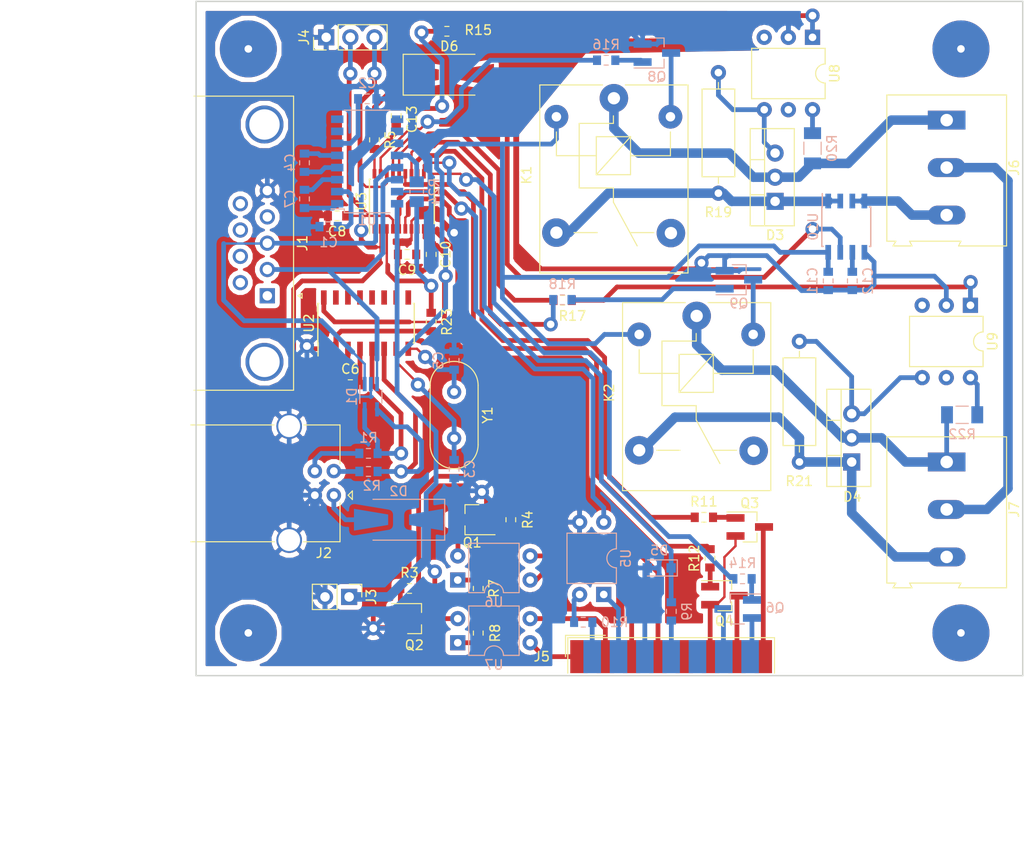
<source format=kicad_pcb>
(kicad_pcb (version 4) (host pcbnew 4.0.7)
  (layers (0 F.Cu signal) (31 B.Cu signal) (34 B.Paste user) (35 F.Paste user) (36 B.SilkS user) (37 F.SilkS user) (38 B.Mask user) (39 F.Mask user) (44 Edge.Cuts user))
  (net 0 "")
  (net 1 GND)
  (net 2 "Net-(C1-Pad2)")
  (net 3 "Net-(C2-Pad2)")
  (net 4 "Net-(C3-Pad2)")
  (net 5 "Net-(C4-Pad1)")
  (net 6 "Net-(C4-Pad2)")
  (net 7 "Net-(C5-Pad2)")
  (net 8 "Net-(C6-Pad2)")
  (net 9 "Net-(C7-Pad1)")
  (net 10 "Net-(C7-Pad2)")
  (net 11 /NRST)
  (net 12 "Net-(C9-Pad1)")
  (net 13 VCC)
  (net 14 "Net-(C12-Pad1)")
  (net 15 /TXD)
  (net 16 /RXD)
  (net 17 "Net-(D1-Pad4)")
  (net 18 "Net-(D1-Pad5)")
  (net 19 "Net-(D2-Pad2)")
  (net 20 "Net-(D3-Pad1)")
  (net 21 "Net-(D3-Pad2)")
  (net 22 "Net-(D3-Pad3)")
  (net 23 "Net-(D4-Pad1)")
  (net 24 "Net-(D4-Pad2)")
  (net 25 "Net-(D4-Pad3)")
  (net 26 "Net-(J2-Pad2)")
  (net 27 "Net-(J2-Pad3)")
  (net 28 /SWIM)
  (net 29 "Net-(J5-Pad1)")
  (net 30 "Net-(J5-Pad2)")
  (net 31 "Net-(J5-Pad3)")
  (net 32 "Net-(J5-Pad4)")
  (net 33 "Net-(J5-Pad6)")
  (net 34 "Net-(J5-Pad7)")
  (net 35 "Net-(J5-Pad8)")
  (net 36 "Net-(J5-Pad9)")
  (net 37 "Net-(J5-Pad10)")
  (net 38 "Net-(J5-Pad12)")
  (net 39 "Net-(J5-Pad14)")
  (net 40 "Net-(J5-Pad15)")
  (net 41 GNDREF)
  (net 42 "Net-(J6-Pad3)")
  (net 43 "Net-(Q1-Pad1)")
  (net 44 "Net-(Q1-Pad3)")
  (net 45 "Net-(Q2-Pad1)")
  (net 46 "Net-(Q2-Pad3)")
  (net 47 "Net-(Q3-Pad1)")
  (net 48 "Net-(Q4-Pad1)")
  (net 49 "Net-(Q6-Pad1)")
  (net 50 "Net-(Q8-Pad1)")
  (net 51 "Net-(Q9-Pad1)")
  (net 52 /Out0)
  (net 53 /Out1)
  (net 54 /Cur0)
  (net 55 "Net-(R7-Pad1)")
  (net 56 "Net-(R8-Pad1)")
  (net 57 "Net-(R10-Pad2)")
  (net 58 /NKEY2)
  (net 59 /NKEY1)
  (net 60 /PKEY1)
  (net 61 "Net-(R15-Pad1)")
  (net 62 /Triac0)
  (net 63 /Relay0)
  (net 64 "Net-(R17-Pad1)")
  (net 65 /Triac1)
  (net 66 /Relay1)
  (net 67 "Net-(R20-Pad2)")
  (net 68 "Net-(R22-Pad2)")
  (net 69 "Net-(R23-Pad1)")
  (net 70 /Rx)
  (net 71 "Net-(R24-Pad2)")
  (net 72 /Tx)
  (net 73 /~In0)
  (net 74 /~In1)
  (net 75 "Net-(C13-Pad1)")
  (net 76 "Net-(D6-Pad1)")
  (net 77 "Net-(K1-Pad5)")
  (net 78 "Net-(K2-Pad5)")
  (module my_footprints:VIA (layer F.Cu) (at 68.58 73.66)
    (fp_text reference REF** hide)
    (fp_text value VIA hide)
    (pad 1 thru_hole circle (at 0 0) (size 1.5 1.5) (drill 0.8) (layers *.Cu *.Mask) (net 1 GND))
  )
  (module my_footprints:VIA (layer F.Cu) (at 57.15 88.011)
    (fp_text reference REF** hide)
    (fp_text value VIA hide)
    (pad 1 thru_hole circle (at 0 0) (size 1.5 1.5) (drill 0.8) (layers *.Cu *.Mask) (net 1 GND))
  )
  (module Capacitor_SMD:C_0603_1608Metric_Pad0.84x1.00mm_HandSolder (layer B.Cu) (at 52.451 45.72)
    (fp_text reference C1 (at 0 1.65) (layer B.SilkS) (effects (justify mirror)))
    (fp_text value 0.1)
    (pad 1 smd rect (at -0.9625 0) (size 0.845 1) (layers B.Cu B.Paste B.Mask) (net 1 GND))
    (pad 2 smd rect (at 0.9625 0) (size 0.845 1) (layers B.Cu B.Paste B.Mask) (net 2 "Net-(C1-Pad2)"))
  )
  (module Package_SSOP:SOP-16_4.4x10.4mm_P1.27mm (layer B.Cu) (at 56.506 38.856)
    (fp_text reference U1 (at 0 6.2) (layer B.SilkS) (effects (justify mirror)))
    (fp_text value MAX3232)
    (pad 1 smd rect (at -3.15 4.45) (size 1.3 0.8) (layers B.Cu B.Paste B.Mask) (net 9 "Net-(C7-Pad1)"))
    (pad 2 smd rect (at -3.15 3.17) (size 1.3 0.8) (layers B.Cu B.Paste B.Mask) (net 2 "Net-(C1-Pad2)"))
    (pad 3 smd rect (at -3.15 1.91) (size 1.3 0.8) (layers B.Cu B.Paste B.Mask) (net 10 "Net-(C7-Pad2)"))
    (pad 4 smd rect (at -3.15 0.64) (size 1.3 0.8) (layers B.Cu B.Paste B.Mask) (net 5 "Net-(C4-Pad1)"))
    (pad 5 smd rect (at -3.15 -0.64) (size 1.3 0.8) (layers B.Cu B.Paste B.Mask) (net 6 "Net-(C4-Pad2)"))
    (pad 6 smd rect (at -3.15 -1.91) (size 1.3 0.8) (layers B.Cu B.Paste B.Mask) (net 3 "Net-(C2-Pad2)"))
    (pad 7 smd rect (at -3.15 -3.17) (size 1.3 0.8) (layers B.Cu B.Paste B.Mask))
    (pad 8 smd rect (at -3.15 -4.45) (size 1.3 0.8) (layers B.Cu B.Paste B.Mask))
    (pad 9 smd rect (at 3.15 -4.45) (size 1.3 0.8) (layers B.Cu B.Paste B.Mask))
    (pad 10 smd rect (at 3.15 -3.17) (size 1.3 0.8) (layers B.Cu B.Paste B.Mask))
    (pad 11 smd rect (at 3.15 -1.91) (size 1.3 0.8) (layers B.Cu B.Paste B.Mask) (net 72 /Tx))
    (pad 12 smd rect (at 3.15 -0.64) (size 1.3 0.8) (layers B.Cu B.Paste B.Mask) (net 71 "Net-(R24-Pad2)"))
    (pad 13 smd rect (at 3.15 0.64) (size 1.3 0.8) (layers B.Cu B.Paste B.Mask) (net 15 /TXD))
    (pad 14 smd rect (at 3.15 1.91) (size 1.3 0.8) (layers B.Cu B.Paste B.Mask) (net 16 /RXD))
    (pad 15 smd rect (at 3.15 3.17) (size 1.3 0.8) (layers B.Cu B.Paste B.Mask) (net 1 GND))
    (pad 16 smd rect (at 3.15 4.45) (size 1.3 0.8) (layers B.Cu B.Paste B.Mask) (net 13 VCC))
  )
  (module Capacitor_SMD:C_0603_1608Metric_Pad0.84x1.00mm_HandSolder (layer B.Cu) (at 56.515 32.258 180)
    (fp_text reference C2 (at 0 1.65 180) (layer B.SilkS) (effects (justify mirror)))
    (fp_text value 0.1)
    (pad 1 smd rect (at -0.9625 0 180) (size 0.845 1) (layers B.Cu B.Paste B.Mask) (net 1 GND))
    (pad 2 smd rect (at 0.9625 0 180) (size 0.845 1) (layers B.Cu B.Paste B.Mask) (net 3 "Net-(C2-Pad2)"))
  )
  (module Capacitor_SMD:C_0603_1608Metric_Pad0.84x1.00mm_HandSolder (layer B.Cu) (at 65.659 71.247 90)
    (fp_text reference C3 (at 0 1.65 90) (layer B.SilkS) (effects (justify mirror)))
    (fp_text value 22p)
    (pad 1 smd rect (at -0.9625 0 90) (size 0.845 1) (layers B.Cu B.Paste B.Mask) (net 1 GND))
    (pad 2 smd rect (at 0.9625 0 90) (size 0.845 1) (layers B.Cu B.Paste B.Mask) (net 4 "Net-(C3-Pad2)"))
  )
  (module Capacitor_SMD:C_0603_1608Metric_Pad0.84x1.00mm_HandSolder (layer B.Cu) (at 49.911 38.989 90)
    (fp_text reference C4 (at 0 -1.524 90) (layer B.SilkS) (effects (justify mirror)))
    (fp_text value 0.1)
    (pad 1 smd rect (at -0.9625 0 90) (size 0.845 1) (layers B.Cu B.Paste B.Mask) (net 5 "Net-(C4-Pad1)"))
    (pad 2 smd rect (at 0.9625 0 90) (size 0.845 1) (layers B.Cu B.Paste B.Mask) (net 6 "Net-(C4-Pad2)"))
  )
  (module Capacitor_SMD:C_0603_1608Metric_Pad0.84x1.00mm_HandSolder (layer B.Cu) (at 65.659 59.817 270)
    (fp_text reference C5 (at 0 1.65 270) (layer B.SilkS) (effects (justify mirror)))
    (fp_text value 22p)
    (pad 1 smd rect (at -0.9625 0 270) (size 0.845 1) (layers B.Cu B.Paste B.Mask) (net 1 GND))
    (pad 2 smd rect (at 0.9625 0 270) (size 0.845 1) (layers B.Cu B.Paste B.Mask) (net 7 "Net-(C5-Pad2)"))
  )
  (module Capacitor_SMD:C_0603_1608Metric_Pad0.84x1.00mm_HandSolder (layer F.Cu) (at 54.737 62.357)
    (fp_text reference C6 (at 0 -1.65) (layer F.SilkS))
    (fp_text value 0.1)
    (pad 1 smd rect (at -0.9625 0) (size 0.845 1) (layers F.Cu F.Paste F.Mask) (net 1 GND))
    (pad 2 smd rect (at 0.9625 0) (size 0.845 1) (layers F.Cu F.Paste F.Mask) (net 8 "Net-(C6-Pad2)"))
  )
  (module Capacitor_SMD:C_0603_1608Metric_Pad0.84x1.00mm_HandSolder (layer B.Cu) (at 49.911 42.799 90)
    (fp_text reference C7 (at 0 -1.524 90) (layer B.SilkS) (effects (justify mirror)))
    (fp_text value 0.1)
    (pad 1 smd rect (at -0.9625 0 90) (size 0.845 1) (layers B.Cu B.Paste B.Mask) (net 9 "Net-(C7-Pad1)"))
    (pad 2 smd rect (at 0.9625 0 90) (size 0.845 1) (layers B.Cu B.Paste B.Mask) (net 10 "Net-(C7-Pad2)"))
  )
  (module Capacitor_SMD:C_0603_1608Metric_Pad0.84x1.00mm_HandSolder (layer F.Cu) (at 53.34 44.577 180)
    (fp_text reference C8 (at 0 -1.65 180) (layer F.SilkS))
    (fp_text value 0.1)
    (pad 1 smd rect (at -0.9625 0 180) (size 0.845 1) (layers F.Cu F.Paste F.Mask) (net 11 /NRST))
    (pad 2 smd rect (at 0.9625 0 180) (size 0.845 1) (layers F.Cu F.Paste F.Mask) (net 1 GND))
  )
  (module Capacitor_SMD:C_0603_1608Metric_Pad0.84x1.00mm_HandSolder (layer F.Cu) (at 60.706 48.641 180)
    (fp_text reference C9 (at 0 -1.65 180) (layer F.SilkS))
    (fp_text value 0.1)
    (pad 1 smd rect (at -0.9625 0 180) (size 0.845 1) (layers F.Cu F.Paste F.Mask) (net 12 "Net-(C9-Pad1)"))
    (pad 2 smd rect (at 0.9625 0 180) (size 0.845 1) (layers F.Cu F.Paste F.Mask) (net 1 GND))
  )
  (module Capacitor_SMD:C_0603_1608Metric_Pad0.84x1.00mm_HandSolder (layer F.Cu) (at 63.246 48.641 90)
    (fp_text reference C10 (at 0 1.524 90) (layer F.SilkS))
    (fp_text value 0.1)
    (pad 1 smd rect (at -0.9625 0 90) (size 0.845 1) (layers F.Cu F.Paste F.Mask) (net 1 GND))
    (pad 2 smd rect (at 0.9625 0 90) (size 0.845 1) (layers F.Cu F.Paste F.Mask) (net 13 VCC))
  )
  (module Capacitor_SMD:C_0603_1608Metric_Pad0.84x1.00mm_HandSolder (layer B.Cu) (at 105.029 51.435 270)
    (fp_text reference C11 (at 0 1.65 270) (layer B.SilkS) (effects (justify mirror)))
    (fp_text value 0.1)
    (pad 1 smd rect (at -0.9625 0 270) (size 0.845 1) (layers B.Cu B.Paste B.Mask) (net 13 VCC))
    (pad 2 smd rect (at 0.9625 0 270) (size 0.845 1) (layers B.Cu B.Paste B.Mask) (net 1 GND))
  )
  (module Package_TO_SOT_SMD:SOT-353_SC-70-5_Handsoldering (layer B.Cu) (at 56.896 63.627 270)
    (fp_text reference D1 (at 0 2 270) (layer B.SilkS) (effects (justify mirror)))
    (fp_text value SMF05)
    (pad 1 smd rect (at -1.33 0.65 270) (size 1.5 0.4) (layers B.Cu B.Paste B.Mask) (net 15 /TXD))
    (pad 2 smd rect (at -1.33 0 270) (size 1.5 0.4) (layers B.Cu B.Paste B.Mask) (net 1 GND))
    (pad 3 smd rect (at -1.33 -0.65 270) (size 1.5 0.4) (layers B.Cu B.Paste B.Mask) (net 16 /RXD))
    (pad 4 smd rect (at 1.33 -0.65 270) (size 1.5 0.4) (layers B.Cu B.Paste B.Mask) (net 17 "Net-(D1-Pad4)"))
    (pad 5 smd rect (at 1.33 0.65 270) (size 1.5 0.4) (layers B.Cu B.Paste B.Mask) (net 18 "Net-(D1-Pad5)"))
  )
  (module Diode_SMD:D_SMA-SMB_Universal_Handsoldering (layer B.Cu) (at 59.817 76.581 180)
    (fp_text reference D2 (at 0 3 180) (layer B.SilkS) (effects (justify mirror)))
    (fp_text value SS14)
    (pad 1 smd trapezoid (at -2.9 0 180) (size 3.6 1.7) (rect_delta 0.6 0) (layers B.Cu B.Paste B.Mask) (net 13 VCC))
    (pad 2 smd trapezoid (at 2.9 0) (size 3.6 1.7) (rect_delta 0.6 0) (layers B.Cu B.Paste B.Mask) (net 19 "Net-(D2-Pad2)"))
  )
  (module Package_TO_SOT_THT:TO-220-3_Vertical (layer F.Cu) (at 99.441 43.053 90)
    (fp_text reference D3 (at -3.556 0 180) (layer F.SilkS))
    (fp_text value BT137-600E)
    (pad 1 thru_hole rect (at 0 0 90) (size 1.8 1.8) (drill 1) (layers *.Cu *.Mask) (net 20 "Net-(D3-Pad1)"))
    (pad 2 thru_hole oval (at 2.54 0 90) (size 1.8 1.8) (drill 1) (layers *.Cu *.Mask) (net 21 "Net-(D3-Pad2)"))
    (pad 3 thru_hole oval (at 5.08 0 90) (size 1.8 1.8) (drill 1) (layers *.Cu *.Mask) (net 22 "Net-(D3-Pad3)"))
  )
  (module Package_TO_SOT_THT:TO-220-3_Vertical (layer F.Cu) (at 107.5 70.5 90)
    (fp_text reference D4 (at -3.668 0.069 180) (layer F.SilkS))
    (fp_text value BT137-600E)
    (pad 1 thru_hole rect (at 0 0 90) (size 1.8 1.8) (drill 1) (layers *.Cu *.Mask) (net 23 "Net-(D4-Pad1)"))
    (pad 2 thru_hole oval (at 2.54 0 90) (size 1.8 1.8) (drill 1) (layers *.Cu *.Mask) (net 24 "Net-(D4-Pad2)"))
    (pad 3 thru_hole oval (at 5.08 0 90) (size 1.8 1.8) (drill 1) (layers *.Cu *.Mask) (net 25 "Net-(D4-Pad3)"))
  )
  (module Connector_USB:USB_B_Horizontal (layer F.Cu) (at 53 74 180)
    (fp_text reference J2 (at 1.05 -6.1 180) (layer F.SilkS))
    (fp_text value USB_B)
    (pad 2 thru_hole circle (at 0 2.54 90) (size 1.52 1.52) (drill 0.81) (layers *.Cu *.Mask) (net 26 "Net-(J2-Pad2)"))
    (pad 1 thru_hole circle (at 0 0 90) (size 1.52 1.52) (drill 0.81) (layers *.Cu *.Mask) (net 19 "Net-(D2-Pad2)"))
    (pad 4 thru_hole circle (at 2 0 90) (size 1.52 1.52) (drill 0.81) (layers *.Cu *.Mask) (net 1 GND))
    (pad 3 thru_hole circle (at 2 2.54 90) (size 1.52 1.52) (drill 0.81) (layers *.Cu *.Mask) (net 27 "Net-(J2-Pad3)"))
    (pad 5 thru_hole circle (at 4.7 7.27 90) (size 2.7 2.7) (drill 2.3) (layers *.Cu *.Mask) (net 1 GND))
    (pad 5 thru_hole circle (at 4.7 -4.73 90) (size 2.7 2.7) (drill 2.3) (layers *.Cu *.Mask) (net 1 GND))
  )
  (module Connector_PinHeader_2.54mm:PinHeader_1x02_P2.54mm_Vertical (layer F.Cu) (at 54.61 84.709 270)
    (fp_text reference J3 (at 0 -2.33 270) (layer F.SilkS))
    (fp_text value 5Vext)
    (pad 1 thru_hole rect (at 0 0 270) (size 1.7 1.7) (drill 1) (layers *.Cu *.Mask) (net 13 VCC))
    (pad 2 thru_hole oval (at 0 2.54 270) (size 1.7 1.7) (drill 1) (layers *.Cu *.Mask) (net 1 GND))
  )
  (module Connector_PinHeader_2.54mm:PinHeader_1x03_P2.54mm_Vertical (layer F.Cu) (at 52.197 25.781 90)
    (fp_text reference J4 (at 0 -2.33 90) (layer F.SilkS))
    (fp_text value SWIM)
    (pad 1 thru_hole rect (at 0 0 90) (size 1.7 1.7) (drill 1) (layers *.Cu *.Mask) (net 1 GND))
    (pad 2 thru_hole oval (at 0 2.54 90) (size 1.7 1.7) (drill 1) (layers *.Cu *.Mask) (net 11 /NRST))
    (pad 3 thru_hole oval (at 0 5.08 90) (size 1.7 1.7) (drill 1) (layers *.Cu *.Mask) (net 28 /SWIM))
  )
  (module Connector_Dsub:DSUB-15_Male_EdgeMount_P2.77mm (layer F.Cu) (at 88.5 91)
    (fp_text reference J5 (at -13.618333 0) (layer F.SilkS))
    (fp_text value DB15_Male)
    (pad 1 smd rect (at -9.695 0) (size 1.846667 3.48) (layers F.Cu F.Paste F.Mask) (net 29 "Net-(J5-Pad1)"))
    (pad 2 smd rect (at -6.925 0) (size 1.846667 3.48) (layers F.Cu F.Paste F.Mask) (net 30 "Net-(J5-Pad2)"))
    (pad 3 smd rect (at -4.155 0) (size 1.846667 3.48) (layers F.Cu F.Paste F.Mask) (net 31 "Net-(J5-Pad3)"))
    (pad 4 smd rect (at -1.385 0) (size 1.846667 3.48) (layers F.Cu F.Paste F.Mask) (net 32 "Net-(J5-Pad4)"))
    (pad 5 smd rect (at 1.385 0) (size 1.846667 3.48) (layers F.Cu F.Paste F.Mask))
    (pad 6 smd rect (at 4.155 0) (size 1.846667 3.48) (layers F.Cu F.Paste F.Mask) (net 33 "Net-(J5-Pad6)"))
    (pad 7 smd rect (at 6.925 0) (size 1.846667 3.48) (layers F.Cu F.Paste F.Mask) (net 34 "Net-(J5-Pad7)"))
    (pad 8 smd rect (at 9.695 0) (size 1.846667 3.48) (layers F.Cu F.Paste F.Mask) (net 35 "Net-(J5-Pad8)"))
    (pad 9 smd rect (at -8.31 0) (size 1.846667 3.48) (layers B.Cu B.Paste B.Mask) (net 36 "Net-(J5-Pad9)"))
    (pad 10 smd rect (at -5.54 0) (size 1.846667 3.48) (layers B.Cu B.Paste B.Mask) (net 37 "Net-(J5-Pad10)"))
    (pad 11 smd rect (at -2.77 0) (size 1.846667 3.48) (layers B.Cu B.Paste B.Mask) (net 1 GND))
    (pad 12 smd rect (at 0 0) (size 1.846667 3.48) (layers B.Cu B.Paste B.Mask) (net 38 "Net-(J5-Pad12)"))
    (pad 13 smd rect (at 2.77 0) (size 1.846667 3.48) (layers B.Cu B.Paste B.Mask))
    (pad 14 smd rect (at 5.54 0) (size 1.846667 3.48) (layers B.Cu B.Paste B.Mask) (net 39 "Net-(J5-Pad14)"))
    (pad 15 smd rect (at 8.31 0) (size 1.846667 3.48) (layers B.Cu B.Paste B.Mask) (net 40 "Net-(J5-Pad15)"))
  )
  (module TerminalBlock:TerminalBlock_Altech_AK300-3_P5.00mm (layer F.Cu) (at 117.5 34.5 270)
    (fp_text reference J6 (at 5 -7.1 270) (layer F.SilkS))
    (fp_text value Power)
    (pad 1 thru_hole rect (at 0 0 270) (size 1.98 3.96) (drill 1.32) (layers *.Cu *.Mask) (net 21 "Net-(D3-Pad2)"))
    (pad 2 thru_hole oval (at 5 0 270) (size 1.98 3.96) (drill 1.32) (layers *.Cu *.Mask) (net 41 GNDREF))
    (pad 3 thru_hole oval (at 10 0 270) (size 1.98 3.96) (drill 1.32) (layers *.Cu *.Mask) (net 42 "Net-(J6-Pad3)"))
  )
  (module TerminalBlock:TerminalBlock_Altech_AK300-3_P5.00mm (layer F.Cu) (at 117.5 70.5 270)
    (fp_text reference J7 (at 5 -7.1 270) (layer F.SilkS))
    (fp_text value Power)
    (pad 1 thru_hole rect (at 0 0 270) (size 1.98 3.96) (drill 1.32) (layers *.Cu *.Mask) (net 24 "Net-(D4-Pad2)"))
    (pad 2 thru_hole oval (at 5 0 270) (size 1.98 3.96) (drill 1.32) (layers *.Cu *.Mask) (net 41 GNDREF))
    (pad 3 thru_hole oval (at 10 0 270) (size 1.98 3.96) (drill 1.32) (layers *.Cu *.Mask) (net 23 "Net-(D4-Pad1)"))
  )
  (module Relay_THT:Relay_SPDT_SANYOU_SRD_Series_Form_C (layer F.Cu) (at 82.475 32.195 270)
    (fp_text reference K1 (at 8.1 9.2 270) (layer F.SilkS))
    (fp_text value SRD-05VDC)
    (pad 2 thru_hole circle (at 1.95 6.05) (size 2.5 2.5) (drill 1) (layers *.Cu *.Mask) (net 13 VCC))
    (pad 3 thru_hole circle (at 14.15 6.05) (size 3 3) (drill 1.3) (layers *.Cu *.Mask) (net 20 "Net-(D3-Pad1)"))
    (pad 4 thru_hole circle (at 14.2 -6) (size 3 3) (drill 1.3) (layers *.Cu *.Mask))
    (pad 5 thru_hole circle (at 1.95 -5.95) (size 2.5 2.5) (drill 1) (layers *.Cu *.Mask) (net 77 "Net-(K1-Pad5)"))
    (pad 1 thru_hole circle (at 0 0) (size 3 3) (drill 1.3) (layers *.Cu *.Mask) (net 21 "Net-(D3-Pad2)"))
  )
  (module Relay_THT:Relay_SPDT_SANYOU_SRD_Series_Form_C (layer F.Cu) (at 91.186 55.118 270)
    (fp_text reference K2 (at 8.1 9.2 270) (layer F.SilkS))
    (fp_text value SRD-05VDC)
    (pad 2 thru_hole circle (at 1.95 6.05) (size 2.5 2.5) (drill 1) (layers *.Cu *.Mask) (net 13 VCC))
    (pad 3 thru_hole circle (at 14.15 6.05) (size 3 3) (drill 1.3) (layers *.Cu *.Mask) (net 23 "Net-(D4-Pad1)"))
    (pad 4 thru_hole circle (at 14.2 -6) (size 3 3) (drill 1.3) (layers *.Cu *.Mask))
    (pad 5 thru_hole circle (at 1.95 -5.95) (size 2.5 2.5) (drill 1) (layers *.Cu *.Mask) (net 78 "Net-(K2-Pad5)"))
    (pad 1 thru_hole circle (at 0 0) (size 3 3) (drill 1.3) (layers *.Cu *.Mask) (net 24 "Net-(D4-Pad2)"))
  )
  (module Package_TO_SOT_SMD:SOT-23_Handsoldering (layer F.Cu) (at 67.564 76.581 180)
    (fp_text reference Q1 (at 0 -2.413 180) (layer F.SilkS))
    (fp_text value 2N7002)
    (pad 1 smd rect (at -1.5 -0.95 180) (size 1.9 0.8) (layers F.Cu F.Paste F.Mask) (net 43 "Net-(Q1-Pad1)"))
    (pad 2 smd rect (at -1.5 0.95 180) (size 1.9 0.8) (layers F.Cu F.Paste F.Mask) (net 1 GND))
    (pad 3 smd rect (at 1.5 0 180) (size 1.9 0.8) (layers F.Cu F.Paste F.Mask) (net 44 "Net-(Q1-Pad3)"))
  )
  (module Package_TO_SOT_SMD:SOT-23_Handsoldering (layer F.Cu) (at 61.468 86.995)
    (fp_text reference Q2 (at 0 2.794) (layer F.SilkS))
    (fp_text value 2N7002)
    (pad 1 smd rect (at -1.5 -0.95) (size 1.9 0.8) (layers F.Cu F.Paste F.Mask) (net 45 "Net-(Q2-Pad1)"))
    (pad 2 smd rect (at -1.5 0.95) (size 1.9 0.8) (layers F.Cu F.Paste F.Mask) (net 1 GND))
    (pad 3 smd rect (at 1.5 0) (size 1.9 0.8) (layers F.Cu F.Paste F.Mask) (net 46 "Net-(Q2-Pad3)"))
  )
  (module Package_TO_SOT_SMD:SOT-23_Handsoldering (layer F.Cu) (at 96.774 77.343)
    (fp_text reference Q3 (at 0 -2.5) (layer F.SilkS))
    (fp_text value SI2300)
    (pad 1 smd rect (at -1.5 -0.95) (size 1.9 0.8) (layers F.Cu F.Paste F.Mask) (net 47 "Net-(Q3-Pad1)"))
    (pad 2 smd rect (at -1.5 0.95) (size 1.9 0.8) (layers F.Cu F.Paste F.Mask) (net 33 "Net-(J5-Pad6)"))
    (pad 3 smd rect (at 1.5 0) (size 1.9 0.8) (layers F.Cu F.Paste F.Mask) (net 35 "Net-(J5-Pad8)"))
  )
  (module Package_TO_SOT_SMD:SOT-23_Handsoldering (layer F.Cu) (at 94.107 84.582)
    (fp_text reference Q4 (at 0 2.667) (layer F.SilkS))
    (fp_text value SI2300)
    (pad 1 smd rect (at -1.5 -0.95) (size 1.9 0.8) (layers F.Cu F.Paste F.Mask) (net 48 "Net-(Q4-Pad1)"))
    (pad 2 smd rect (at -1.5 0.95) (size 1.9 0.8) (layers F.Cu F.Paste F.Mask) (net 33 "Net-(J5-Pad6)"))
    (pad 3 smd rect (at 1.5 0) (size 1.9 0.8) (layers F.Cu F.Paste F.Mask) (net 34 "Net-(J5-Pad7)"))
  )
  (module Package_TO_SOT_SMD:SOT-23_Handsoldering (layer B.Cu) (at 95.504 85.979 180)
    (fp_text reference Q6 (at -3.937 0.127 180) (layer B.SilkS) (effects (justify mirror)))
    (fp_text value AO3407)
    (pad 1 smd rect (at -1.5 0.95 180) (size 1.9 0.8) (layers B.Cu B.Paste B.Mask) (net 49 "Net-(Q6-Pad1)"))
    (pad 2 smd rect (at -1.5 -0.95 180) (size 1.9 0.8) (layers B.Cu B.Paste B.Mask) (net 40 "Net-(J5-Pad15)"))
    (pad 3 smd rect (at 1.5 0 180) (size 1.9 0.8) (layers B.Cu B.Paste B.Mask) (net 39 "Net-(J5-Pad14)"))
  )
  (module Package_TO_SOT_SMD:SOT-23_Handsoldering (layer B.Cu) (at 86.995 27.432)
    (fp_text reference Q8 (at 0 2.5) (layer B.SilkS) (effects (justify mirror)))
    (fp_text value 2N7002)
    (pad 1 smd rect (at -1.5 0.95) (size 1.9 0.8) (layers B.Cu B.Paste B.Mask) (net 50 "Net-(Q8-Pad1)"))
    (pad 2 smd rect (at -1.5 -0.95) (size 1.9 0.8) (layers B.Cu B.Paste B.Mask) (net 1 GND))
    (pad 3 smd rect (at 1.5 0) (size 1.9 0.8) (layers B.Cu B.Paste B.Mask) (net 77 "Net-(K1-Pad5)"))
  )
  (module Package_TO_SOT_SMD:SOT-23_Handsoldering (layer B.Cu) (at 95.631 51.308)
    (fp_text reference Q9 (at 0 2.5) (layer B.SilkS) (effects (justify mirror)))
    (fp_text value 2N7002)
    (pad 1 smd rect (at -1.5 0.95) (size 1.9 0.8) (layers B.Cu B.Paste B.Mask) (net 51 "Net-(Q9-Pad1)"))
    (pad 2 smd rect (at -1.5 -0.95) (size 1.9 0.8) (layers B.Cu B.Paste B.Mask) (net 1 GND))
    (pad 3 smd rect (at 1.5 0) (size 1.9 0.8) (layers B.Cu B.Paste B.Mask) (net 78 "Net-(K2-Pad5)"))
  )
  (module Resistor_SMD:R_0603_1608Metric_Pad0.84x1.00mm_HandSolder (layer B.Cu) (at 56.642 69.596 180)
    (fp_text reference R1 (at 0 1.65 180) (layer B.SilkS) (effects (justify mirror)))
    (fp_text value 22)
    (pad 1 smd rect (at -0.9625 0 180) (size 0.845 1) (layers B.Cu B.Paste B.Mask) (net 18 "Net-(D1-Pad5)"))
    (pad 2 smd rect (at 0.9625 0 180) (size 0.845 1) (layers B.Cu B.Paste B.Mask) (net 27 "Net-(J2-Pad3)"))
  )
  (module Resistor_SMD:R_0603_1608Metric_Pad0.84x1.00mm_HandSolder (layer B.Cu) (at 56.642 71.501 180)
    (fp_text reference R2 (at -0.358 -1.499 180) (layer B.SilkS) (effects (justify mirror)))
    (fp_text value 22)
    (pad 1 smd rect (at -0.9625 0 180) (size 0.845 1) (layers B.Cu B.Paste B.Mask) (net 17 "Net-(D1-Pad4)"))
    (pad 2 smd rect (at 0.9625 0 180) (size 0.845 1) (layers B.Cu B.Paste B.Mask) (net 26 "Net-(J2-Pad2)"))
  )
  (module Resistor_SMD:R_0603_1608Metric_Pad0.84x1.00mm_HandSolder (layer F.Cu) (at 60.96 83.82)
    (fp_text reference R3 (at 0 -1.65) (layer F.SilkS))
    (fp_text value 330)
    (pad 1 smd rect (at -0.9625 0) (size 0.845 1) (layers F.Cu F.Paste F.Mask) (net 45 "Net-(Q2-Pad1)"))
    (pad 2 smd rect (at 0.9625 0) (size 0.845 1) (layers F.Cu F.Paste F.Mask) (net 52 /Out0))
  )
  (module Resistor_SMD:R_0603_1608Metric_Pad0.84x1.00mm_HandSolder (layer F.Cu) (at 71.628 76.581 90)
    (fp_text reference R4 (at 0 1.778 90) (layer F.SilkS))
    (fp_text value 330)
    (pad 1 smd rect (at -0.9625 0 90) (size 0.845 1) (layers F.Cu F.Paste F.Mask) (net 43 "Net-(Q1-Pad1)"))
    (pad 2 smd rect (at 0.9625 0 90) (size 0.845 1) (layers F.Cu F.Paste F.Mask) (net 53 /Out1))
  )
  (module Resistor_SMD:R_0603_1608Metric_Pad0.84x1.00mm_HandSolder (layer F.Cu) (at 57.277 36.576 270)
    (fp_text reference R5 (at 0 -1.65 270) (layer F.SilkS))
    (fp_text value 4k7)
    (pad 1 smd rect (at -0.9625 0 270) (size 0.845 1) (layers F.Cu F.Paste F.Mask) (net 76 "Net-(D6-Pad1)"))
    (pad 2 smd rect (at 0.9625 0 270) (size 0.845 1) (layers F.Cu F.Paste F.Mask) (net 75 "Net-(C13-Pad1)"))
  )
  (module Resistor_SMD:R_0603_1608Metric_Pad0.84x1.00mm_HandSolder (layer F.Cu) (at 68.199 83.82 270)
    (fp_text reference R7 (at 0 -1.65 270) (layer F.SilkS))
    (fp_text value 150)
    (pad 1 smd rect (at -0.9625 0 270) (size 0.845 1) (layers F.Cu F.Paste F.Mask) (net 55 "Net-(R7-Pad1)"))
    (pad 2 smd rect (at 0.9625 0 270) (size 0.845 1) (layers F.Cu F.Paste F.Mask) (net 13 VCC))
  )
  (module Resistor_SMD:R_0603_1608Metric_Pad0.84x1.00mm_HandSolder (layer F.Cu) (at 68.199 88.519 90)
    (fp_text reference R8 (at 0 1.778 90) (layer F.SilkS))
    (fp_text value 150)
    (pad 1 smd rect (at -0.9625 0 90) (size 0.845 1) (layers F.Cu F.Paste F.Mask) (net 56 "Net-(R8-Pad1)"))
    (pad 2 smd rect (at 0.9625 0 90) (size 0.845 1) (layers F.Cu F.Paste F.Mask) (net 13 VCC))
  )
  (module Resistor_SMD:R_0603_1608Metric_Pad0.84x1.00mm_HandSolder (layer B.Cu) (at 88.519 86.233 90)
    (fp_text reference R9 (at 0 1.65 90) (layer B.SilkS) (effects (justify mirror)))
    (fp_text value 150)
    (pad 1 smd rect (at -0.9625 0 90) (size 0.845 1) (layers B.Cu B.Paste B.Mask) (net 38 "Net-(J5-Pad12)"))
    (pad 2 smd rect (at 0.9625 0 90) (size 0.845 1) (layers B.Cu B.Paste B.Mask) (net 73 /~In0))
  )
  (module Resistor_SMD:R_0603_1608Metric_Pad0.84x1.00mm_HandSolder (layer B.Cu) (at 79.248 87.376 180)
    (fp_text reference R10 (at -3.302 0 180) (layer B.SilkS) (effects (justify mirror)))
    (fp_text value 150)
    (pad 1 smd rect (at -0.9625 0 180) (size 0.845 1) (layers B.Cu B.Paste B.Mask) (net 36 "Net-(J5-Pad9)"))
    (pad 2 smd rect (at 0.9625 0 180) (size 0.845 1) (layers B.Cu B.Paste B.Mask) (net 57 "Net-(R10-Pad2)"))
  )
  (module Resistor_SMD:R_0603_1608Metric_Pad0.84x1.00mm_HandSolder (layer F.Cu) (at 91.948 76.327 180)
    (fp_text reference R11 (at 0 1.651 180) (layer F.SilkS))
    (fp_text value 330)
    (pad 1 smd rect (at -0.9625 0 180) (size 0.845 1) (layers F.Cu F.Paste F.Mask) (net 47 "Net-(Q3-Pad1)"))
    (pad 2 smd rect (at 0.9625 0 180) (size 0.845 1) (layers F.Cu F.Paste F.Mask) (net 58 /NKEY2))
  )
  (module Resistor_SMD:R_0603_1608Metric_Pad0.84x1.00mm_HandSolder (layer F.Cu) (at 92.583 80.645 90)
    (fp_text reference R12 (at 0 -1.65 90) (layer F.SilkS))
    (fp_text value 330)
    (pad 1 smd rect (at -0.9625 0 90) (size 0.845 1) (layers F.Cu F.Paste F.Mask) (net 48 "Net-(Q4-Pad1)"))
    (pad 2 smd rect (at 0.9625 0 90) (size 0.845 1) (layers F.Cu F.Paste F.Mask) (net 59 /NKEY1))
  )
  (module Resistor_SMD:R_0603_1608Metric_Pad0.84x1.00mm_HandSolder (layer B.Cu) (at 96.012 82.804 180)
    (fp_text reference R14 (at 0 1.65 180) (layer B.SilkS) (effects (justify mirror)))
    (fp_text value 330)
    (pad 1 smd rect (at -0.9625 0 180) (size 0.845 1) (layers B.Cu B.Paste B.Mask) (net 49 "Net-(Q6-Pad1)"))
    (pad 2 smd rect (at 0.9625 0 180) (size 0.845 1) (layers B.Cu B.Paste B.Mask) (net 60 /PKEY1))
  )
  (module Resistor_SMD:R_0603_1608Metric_Pad0.84x1.00mm_HandSolder (layer F.Cu) (at 64.897 25.146 180)
    (fp_text reference R15 (at -3.302 0.127 180) (layer F.SilkS))
    (fp_text value 150)
    (pad 1 smd rect (at -0.9625 0 180) (size 0.845 1) (layers F.Cu F.Paste F.Mask) (net 61 "Net-(R15-Pad1)"))
    (pad 2 smd rect (at 0.9625 0 180) (size 0.845 1) (layers F.Cu F.Paste F.Mask) (net 62 /Triac0))
  )
  (module Resistor_SMD:R_0603_1608Metric_Pad0.84x1.00mm_HandSolder (layer B.Cu) (at 81.661 28.194 180)
    (fp_text reference R16 (at 0 1.65 180) (layer B.SilkS) (effects (justify mirror)))
    (fp_text value 330)
    (pad 1 smd rect (at -0.9625 0 180) (size 0.845 1) (layers B.Cu B.Paste B.Mask) (net 50 "Net-(Q8-Pad1)"))
    (pad 2 smd rect (at 0.9625 0 180) (size 0.845 1) (layers B.Cu B.Paste B.Mask) (net 63 /Relay0))
  )
  (module Resistor_SMD:R_0603_1608Metric_Pad0.84x1.00mm_HandSolder (layer F.Cu) (at 77.089 53.467 180)
    (fp_text reference R17 (at -1.016 -1.651 180) (layer F.SilkS))
    (fp_text value 150)
    (pad 1 smd rect (at -0.9625 0 180) (size 0.845 1) (layers F.Cu F.Paste F.Mask) (net 64 "Net-(R17-Pad1)"))
    (pad 2 smd rect (at 0.9625 0 180) (size 0.845 1) (layers F.Cu F.Paste F.Mask) (net 65 /Triac1))
  )
  (module Resistor_SMD:R_0603_1608Metric_Pad0.84x1.00mm_HandSolder (layer B.Cu) (at 77.052 53.415 180)
    (fp_text reference R18 (at 0 1.65 180) (layer B.SilkS) (effects (justify mirror)))
    (fp_text value 330)
    (pad 1 smd rect (at -0.9625 0 180) (size 0.845 1) (layers B.Cu B.Paste B.Mask) (net 51 "Net-(Q9-Pad1)"))
    (pad 2 smd rect (at 0.9625 0 180) (size 0.845 1) (layers B.Cu B.Paste B.Mask) (net 66 /Relay1))
  )
  (module Resistor_SMD:R_1206_3216Metric_Pad1.24x1.80mm_HandSolder (layer B.Cu) (at 103.378 37.465 90)
    (fp_text reference R20 (at 0 2.05 90) (layer B.SilkS) (effects (justify mirror)))
    (fp_text value 330)
    (pad 1 smd rect (at -1.5925 0 90) (size 1.245 1.8) (layers B.Cu B.Paste B.Mask) (net 21 "Net-(D3-Pad2)"))
    (pad 2 smd rect (at 1.5925 0 90) (size 1.245 1.8) (layers B.Cu B.Paste B.Mask) (net 67 "Net-(R20-Pad2)"))
  )
  (module Resistor_SMD:R_1206_3216Metric_Pad1.24x1.80mm_HandSolder (layer B.Cu) (at 119.126 65.532)
    (fp_text reference R22 (at 0 2.05) (layer B.SilkS) (effects (justify mirror)))
    (fp_text value 330)
    (pad 1 smd rect (at -1.5925 0) (size 1.245 1.8) (layers B.Cu B.Paste B.Mask) (net 24 "Net-(D4-Pad2)"))
    (pad 2 smd rect (at 1.5925 0) (size 1.245 1.8) (layers B.Cu B.Paste B.Mask) (net 68 "Net-(R22-Pad2)"))
  )
  (module Resistor_SMD:R_0603_1608Metric_Pad0.84x1.00mm_HandSolder (layer F.Cu) (at 63.246 55.753 90)
    (fp_text reference R23 (at 0 1.651 90) (layer F.SilkS))
    (fp_text value 510)
    (pad 1 smd rect (at -0.9625 0 90) (size 0.845 1) (layers F.Cu F.Paste F.Mask) (net 69 "Net-(R23-Pad1)"))
    (pad 2 smd rect (at 0.9625 0 90) (size 0.845 1) (layers F.Cu F.Paste F.Mask) (net 70 /Rx))
  )
  (module Package_SOIC:SOIC-16_3.9x9.9mm_P1.27mm (layer F.Cu) (at 56.388 55.88 90)
    (fp_text reference U2 (at 0 -6 90) (layer F.SilkS))
    (fp_text value CH340G)
    (pad 1 smd rect (at -2.7 -4.445 90) (size 1.5 0.6) (layers F.Cu F.Paste F.Mask) (net 1 GND))
    (pad 2 smd rect (at -2.7 -3.175 90) (size 1.5 0.6) (layers F.Cu F.Paste F.Mask) (net 69 "Net-(R23-Pad1)"))
    (pad 3 smd rect (at -2.7 -1.905 90) (size 1.5 0.6) (layers F.Cu F.Paste F.Mask) (net 72 /Tx))
    (pad 4 smd rect (at -2.7 -0.635 90) (size 1.5 0.6) (layers F.Cu F.Paste F.Mask) (net 8 "Net-(C6-Pad2)"))
    (pad 5 smd rect (at -2.7 0.635 90) (size 1.5 0.6) (layers F.Cu F.Paste F.Mask) (net 18 "Net-(D1-Pad5)"))
    (pad 6 smd rect (at -2.7 1.905 90) (size 1.5 0.6) (layers F.Cu F.Paste F.Mask) (net 17 "Net-(D1-Pad4)"))
    (pad 7 smd rect (at -2.7 3.175 90) (size 1.5 0.6) (layers F.Cu F.Paste F.Mask) (net 4 "Net-(C3-Pad2)"))
    (pad 8 smd rect (at -2.7 4.445 90) (size 1.5 0.6) (layers F.Cu F.Paste F.Mask) (net 7 "Net-(C5-Pad2)"))
    (pad 9 smd rect (at 2.7 4.445 90) (size 1.5 0.6) (layers F.Cu F.Paste F.Mask))
    (pad 10 smd rect (at 2.7 3.175 90) (size 1.5 0.6) (layers F.Cu F.Paste F.Mask))
    (pad 11 smd rect (at 2.7 1.905 90) (size 1.5 0.6) (layers F.Cu F.Paste F.Mask))
    (pad 12 smd rect (at 2.7 0.635 90) (size 1.5 0.6) (layers F.Cu F.Paste F.Mask))
    (pad 13 smd rect (at 2.7 -0.635 90) (size 1.5 0.6) (layers F.Cu F.Paste F.Mask))
    (pad 14 smd rect (at 2.7 -1.905 90) (size 1.5 0.6) (layers F.Cu F.Paste F.Mask))
    (pad 15 smd rect (at 2.7 -3.175 90) (size 1.5 0.6) (layers F.Cu F.Paste F.Mask))
    (pad 16 smd rect (at 2.7 -4.445 90) (size 1.5 0.6) (layers F.Cu F.Paste F.Mask) (net 13 VCC))
  )
  (module Package_SSOP:SSOP-20_4.4x6.5mm_P0.65mm (layer F.Cu) (at 60.198 43.053 90)
    (fp_text reference U3 (at 0 -4.3 90) (layer F.SilkS))
    (fp_text value STM8S003F3P)
    (pad 1 smd rect (at -2.9 -2.925 90) (size 1 0.4) (layers F.Cu F.Paste F.Mask))
    (pad 2 smd rect (at -2.9 -2.275 90) (size 1 0.4) (layers F.Cu F.Paste F.Mask) (net 72 /Tx))
    (pad 3 smd rect (at -2.9 -1.625 90) (size 1 0.4) (layers F.Cu F.Paste F.Mask) (net 70 /Rx))
    (pad 4 smd rect (at -2.9 -0.975 90) (size 1 0.4) (layers F.Cu F.Paste F.Mask) (net 11 /NRST))
    (pad 5 smd rect (at -2.9 -0.325 90) (size 1 0.4) (layers F.Cu F.Paste F.Mask) (net 74 /~In1))
    (pad 6 smd rect (at -2.9 0.325 90) (size 1 0.4) (layers F.Cu F.Paste F.Mask) (net 53 /Out1))
    (pad 7 smd rect (at -2.9 0.975 90) (size 1 0.4) (layers F.Cu F.Paste F.Mask) (net 1 GND))
    (pad 8 smd rect (at -2.9 1.625 90) (size 1 0.4) (layers F.Cu F.Paste F.Mask) (net 12 "Net-(C9-Pad1)"))
    (pad 9 smd rect (at -2.9 2.275 90) (size 1 0.4) (layers F.Cu F.Paste F.Mask) (net 13 VCC))
    (pad 10 smd rect (at -2.9 2.925 90) (size 1 0.4) (layers F.Cu F.Paste F.Mask) (net 52 /Out0))
    (pad 11 smd rect (at 2.9 2.925 90) (size 1 0.4) (layers F.Cu F.Paste F.Mask) (net 60 /PKEY1))
    (pad 12 smd rect (at 2.9 2.275 90) (size 1 0.4) (layers F.Cu F.Paste F.Mask) (net 73 /~In0))
    (pad 13 smd rect (at 2.9 1.625 90) (size 1 0.4) (layers F.Cu F.Paste F.Mask) (net 58 /NKEY2))
    (pad 14 smd rect (at 2.9 0.975 90) (size 1 0.4) (layers F.Cu F.Paste F.Mask) (net 66 /Relay1))
    (pad 15 smd rect (at 2.9 0.325 90) (size 1 0.4) (layers F.Cu F.Paste F.Mask) (net 59 /NKEY1))
    (pad 16 smd rect (at 2.9 -0.325 90) (size 1 0.4) (layers F.Cu F.Paste F.Mask) (net 65 /Triac1))
    (pad 17 smd rect (at 2.9 -0.975 90) (size 1 0.4) (layers F.Cu F.Paste F.Mask) (net 63 /Relay0))
    (pad 18 smd rect (at 2.9 -1.625 90) (size 1 0.4) (layers F.Cu F.Paste F.Mask) (net 28 /SWIM))
    (pad 19 smd rect (at 2.9 -2.275 90) (size 1 0.4) (layers F.Cu F.Paste F.Mask) (net 62 /Triac0))
    (pad 20 smd rect (at 2.9 -2.925 90) (size 1 0.4) (layers F.Cu F.Paste F.Mask) (net 75 "Net-(C13-Pad1)"))
  )
  (module Package_DIP:DIP-4_W7.62mm (layer B.Cu) (at 81.407 84.455 90)
    (fp_text reference U5 (at 3.81 2.33 90) (layer B.SilkS) (effects (justify mirror)))
    (fp_text value PC817)
    (pad 1 thru_hole rect (at 0 0 90) (size 1.6 1.6) (drill 0.8) (layers *.Cu *.Mask) (net 37 "Net-(J5-Pad10)"))
    (pad 3 thru_hole oval (at 7.62 -2.54 90) (size 1.6 1.6) (drill 0.8) (layers *.Cu *.Mask) (net 1 GND))
    (pad 2 thru_hole oval (at 0 -2.54 90) (size 1.6 1.6) (drill 0.8) (layers *.Cu *.Mask) (net 57 "Net-(R10-Pad2)"))
    (pad 4 thru_hole oval (at 7.62 0 90) (size 1.6 1.6) (drill 0.8) (layers *.Cu *.Mask) (net 74 /~In1))
  )
  (module Package_DIP:DIP-4_W7.62mm (layer B.Cu) (at 66.04 82.931)
    (fp_text reference U6 (at 3.81 2.33) (layer B.SilkS) (effects (justify mirror)))
    (fp_text value PC817)
    (pad 1 thru_hole rect (at 0 0) (size 1.6 1.6) (drill 0.8) (layers *.Cu *.Mask) (net 55 "Net-(R7-Pad1)"))
    (pad 3 thru_hole oval (at 7.62 -2.54) (size 1.6 1.6) (drill 0.8) (layers *.Cu *.Mask) (net 32 "Net-(J5-Pad4)"))
    (pad 2 thru_hole oval (at 0 -2.54) (size 1.6 1.6) (drill 0.8) (layers *.Cu *.Mask) (net 44 "Net-(Q1-Pad3)"))
    (pad 4 thru_hole oval (at 7.62 0) (size 1.6 1.6) (drill 0.8) (layers *.Cu *.Mask) (net 31 "Net-(J5-Pad3)"))
  )
  (module Package_DIP:DIP-4_W7.62mm (layer B.Cu) (at 66.04 89.535)
    (fp_text reference U7 (at 3.81 2.33) (layer B.SilkS) (effects (justify mirror)))
    (fp_text value PC817)
    (pad 1 thru_hole rect (at 0 0) (size 1.6 1.6) (drill 0.8) (layers *.Cu *.Mask) (net 56 "Net-(R8-Pad1)"))
    (pad 3 thru_hole oval (at 7.62 -2.54) (size 1.6 1.6) (drill 0.8) (layers *.Cu *.Mask) (net 30 "Net-(J5-Pad2)"))
    (pad 2 thru_hole oval (at 0 -2.54) (size 1.6 1.6) (drill 0.8) (layers *.Cu *.Mask) (net 46 "Net-(Q2-Pad3)"))
    (pad 4 thru_hole oval (at 7.62 0) (size 1.6 1.6) (drill 0.8) (layers *.Cu *.Mask) (net 29 "Net-(J5-Pad1)"))
  )
  (module Package_DIP:DIP-6_W7.62mm (layer F.Cu) (at 103.378 25.781 270)
    (fp_text reference U8 (at 3.81 -2.33 270) (layer F.SilkS))
    (fp_text value MOC3063M)
    (pad 1 thru_hole rect (at 0 0 270) (size 1.6 1.6) (drill 0.8) (layers *.Cu *.Mask) (net 61 "Net-(R15-Pad1)"))
    (pad 4 thru_hole oval (at 7.62 5.08 270) (size 1.6 1.6) (drill 0.8) (layers *.Cu *.Mask) (net 22 "Net-(D3-Pad3)"))
    (pad 2 thru_hole oval (at 0 2.54 270) (size 1.6 1.6) (drill 0.8) (layers *.Cu *.Mask) (net 1 GND))
    (pad 5 thru_hole oval (at 7.62 2.54 270) (size 1.6 1.6) (drill 0.8) (layers *.Cu *.Mask))
    (pad 3 thru_hole oval (at 0 5.08 270) (size 1.6 1.6) (drill 0.8) (layers *.Cu *.Mask))
    (pad 6 thru_hole oval (at 7.62 0 270) (size 1.6 1.6) (drill 0.8) (layers *.Cu *.Mask) (net 67 "Net-(R20-Pad2)"))
  )
  (module Package_DIP:DIP-6_W7.62mm (layer F.Cu) (at 120 54 270)
    (fp_text reference U9 (at 3.81 -2.33 270) (layer F.SilkS))
    (fp_text value MOC3063M)
    (pad 1 thru_hole rect (at 0 0 270) (size 1.6 1.6) (drill 0.8) (layers *.Cu *.Mask) (net 64 "Net-(R17-Pad1)"))
    (pad 4 thru_hole oval (at 7.62 5.08 270) (size 1.6 1.6) (drill 0.8) (layers *.Cu *.Mask) (net 25 "Net-(D4-Pad3)"))
    (pad 2 thru_hole oval (at 0 2.54 270) (size 1.6 1.6) (drill 0.8) (layers *.Cu *.Mask) (net 1 GND))
    (pad 5 thru_hole oval (at 7.62 2.54 270) (size 1.6 1.6) (drill 0.8) (layers *.Cu *.Mask))
    (pad 3 thru_hole oval (at 0 5.08 270) (size 1.6 1.6) (drill 0.8) (layers *.Cu *.Mask))
    (pad 6 thru_hole oval (at 7.62 0 270) (size 1.6 1.6) (drill 0.8) (layers *.Cu *.Mask) (net 68 "Net-(R22-Pad2)"))
  )
  (module Package_SOIC:SOIC-8_3.9x4.9mm_P1.27mm (layer B.Cu) (at 106.934 45.72 270)
    (fp_text reference U10 (at 0 3.5 270) (layer B.SilkS) (effects (justify mirror)))
    (fp_text value ACS712)
    (pad 1 smd rect (at -2.7 1.905 270) (size 1.55 0.6) (layers B.Cu B.Paste B.Mask) (net 20 "Net-(D3-Pad1)"))
    (pad 2 smd rect (at -2.7 0.635 270) (size 1.55 0.6) (layers B.Cu B.Paste B.Mask) (net 20 "Net-(D3-Pad1)"))
    (pad 3 smd rect (at -2.7 -0.635 270) (size 1.55 0.6) (layers B.Cu B.Paste B.Mask) (net 42 "Net-(J6-Pad3)"))
    (pad 4 smd rect (at -2.7 -1.905 270) (size 1.55 0.6) (layers B.Cu B.Paste B.Mask) (net 42 "Net-(J6-Pad3)"))
    (pad 5 smd rect (at 2.7 -1.905 270) (size 1.55 0.6) (layers B.Cu B.Paste B.Mask) (net 1 GND))
    (pad 6 smd rect (at 2.7 -0.635 270) (size 1.55 0.6) (layers B.Cu B.Paste B.Mask) (net 14 "Net-(C12-Pad1)"))
    (pad 7 smd rect (at 2.7 0.635 270) (size 1.55 0.6) (layers B.Cu B.Paste B.Mask) (net 54 /Cur0))
    (pad 8 smd rect (at 2.7 1.905 270) (size 1.55 0.6) (layers B.Cu B.Paste B.Mask) (net 13 VCC))
  )
  (module Crystal:Crystal_HC49-U_Vertical (layer F.Cu) (at 65.659 63.119 270)
    (fp_text reference Y1 (at 2.44 -3.525 270) (layer F.SilkS))
    (fp_text value 12M)
    (pad 1 thru_hole circle (at 0 0 270) (size 1.5 1.5) (drill 0.8) (layers *.Cu *.Mask) (net 7 "Net-(C5-Pad2)"))
    (pad 2 thru_hole circle (at 4.88 0 270) (size 1.5 1.5) (drill 0.8) (layers *.Cu *.Mask) (net 4 "Net-(C3-Pad2)"))
  )
  (module Connector_Dsub:DSUB-9_Female_Horizontal_P2.77x2.84mm_EdgePinOffset4.94mm_Housed_MountingHolesOffset7.48mm (layer F.Cu) (at 46 53 270)
    (fp_text reference J1 (at -5.54 -3.7 270) (layer F.SilkS))
    (fp_text value DB9_Female)
    (pad 1 thru_hole rect (at 0 0 270) (size 1.6 1.6) (drill 1) (layers *.Cu *.Mask))
    (pad 2 thru_hole circle (at -2.77 0 270) (size 1.6 1.6) (drill 1) (layers *.Cu *.Mask) (net 16 /RXD))
    (pad 3 thru_hole circle (at -5.54 0 270) (size 1.6 1.6) (drill 1) (layers *.Cu *.Mask) (net 15 /TXD))
    (pad 4 thru_hole circle (at -8.31 0 270) (size 1.6 1.6) (drill 1) (layers *.Cu *.Mask))
    (pad 5 thru_hole circle (at -11.08 0 270) (size 1.6 1.6) (drill 1) (layers *.Cu *.Mask) (net 1 GND))
    (pad 6 thru_hole circle (at -1.385 2.84 270) (size 1.6 1.6) (drill 1) (layers *.Cu *.Mask))
    (pad 7 thru_hole circle (at -4.155 2.84 270) (size 1.6 1.6) (drill 1) (layers *.Cu *.Mask))
    (pad 8 thru_hole circle (at -6.925 2.84 270) (size 1.6 1.6) (drill 1) (layers *.Cu *.Mask))
    (pad 9 thru_hole circle (at -9.695 2.84 270) (size 1.6 1.6) (drill 1) (layers *.Cu *.Mask))
    (pad 0 thru_hole circle (at -18.04 0.3 270) (size 4 4) (drill 3.2) (layers *.Cu *.Mask))
    (pad 0 thru_hole circle (at 6.96 0.3 270) (size 4 4) (drill 3.2) (layers *.Cu *.Mask))
  )
  (module Diode_SMD:D_SOD-323_HandSoldering (layer B.Cu) (at 87.249 81.661 180)
    (fp_text reference D5 (at 0 1.85 180) (layer B.SilkS) (effects (justify mirror)))
    (fp_text value MM3Z3V6)
    (pad 1 smd rect (at -1.25 0 180) (size 1 1) (layers B.Cu B.Paste B.Mask) (net 73 /~In0))
    (pad 2 smd rect (at 1.25 0 180) (size 1 1) (layers B.Cu B.Paste B.Mask) (net 1 GND))
  )
  (module Capacitor_SMD:C_0603_1608Metric_Pad0.84x1.00mm_HandSolder (layer F.Cu) (at 59.563 34.036 90)
    (fp_text reference C13 (at -0.381 1.651 90) (layer F.SilkS))
    (fp_text value 0.1)
    (pad 1 smd rect (at -0.9625 0 90) (size 0.845 1) (layers F.Cu F.Paste F.Mask) (net 75 "Net-(C13-Pad1)"))
    (pad 2 smd rect (at 0.9625 0 90) (size 0.845 1) (layers F.Cu F.Paste F.Mask) (net 1 GND))
  )
  (module Diode_SMD:D_SMA-SMB_Universal_Handsoldering (layer F.Cu) (at 65.151 29.718)
    (fp_text reference D6 (at 0 -3) (layer F.SilkS))
    (fp_text value SS14)
    (pad 1 smd trapezoid (at -2.9 0) (size 3.6 1.7) (rect_delta 0.6 0) (layers F.Cu F.Paste F.Mask) (net 76 "Net-(D6-Pad1)"))
    (pad 2 smd trapezoid (at 2.9 0 180) (size 3.6 1.7) (rect_delta 0.6 0) (layers F.Cu F.Paste F.Mask) (net 54 /Cur0))
  )
  (module Resistor_SMD:R_0805_2012Metric_Pad1.15x1.50mm_HandSolder (layer B.Cu) (at 61.722 42.037 90)
    (fp_text reference R24 (at 0 1.85 90) (layer B.SilkS) (effects (justify mirror)))
    (fp_text value 510)
    (pad 1 smd rect (at -1.0425 0 90) (size 1.145 1.5) (layers B.Cu B.Paste B.Mask) (net 70 /Rx))
    (pad 2 smd rect (at 1.0425 0 90) (size 1.145 1.5) (layers B.Cu B.Paste B.Mask) (net 71 "Net-(R24-Pad2)"))
  )
  (module Resistor_THT:R_Axial_DIN0309_L9.0mm_D3.2mm_P12.70mm_Horizontal (layer F.Cu) (at 93.475 42.195 90)
    (fp_text reference R19 (at -2.001 -0.003 180) (layer F.SilkS))
    (fp_text value 330)
    (pad 1 thru_hole circle (at 0 0 90) (size 1.6 1.6) (drill 0.8) (layers *.Cu *.Mask) (net 20 "Net-(D3-Pad1)"))
    (pad 2 thru_hole oval (at 12.7 0 90) (size 1.6 1.6) (drill 0.8) (layers *.Cu *.Mask) (net 22 "Net-(D3-Pad3)"))
  )
  (module Resistor_THT:R_Axial_DIN0309_L9.0mm_D3.2mm_P12.70mm_Horizontal (layer F.Cu) (at 102 70.5 90)
    (fp_text reference R21 (at -2.017 -0.019 180) (layer F.SilkS))
    (fp_text value 330)
    (pad 1 thru_hole circle (at 0 0 90) (size 1.6 1.6) (drill 0.8) (layers *.Cu *.Mask) (net 23 "Net-(D4-Pad1)"))
    (pad 2 thru_hole oval (at 12.7 0 90) (size 1.6 1.6) (drill 0.8) (layers *.Cu *.Mask) (net 25 "Net-(D4-Pad3)"))
  )
  (module Capacitor_SMD:C_0603_1608Metric_Pad0.84x1.00mm_HandSolder (layer B.Cu) (at 107.569 51.435 270)
    (fp_text reference C12 (at 0 -1.651 270) (layer B.SilkS) (effects (justify mirror)))
    (fp_text value 1n)
    (pad 1 smd rect (at -0.9625 0 270) (size 0.845 1) (layers B.Cu B.Paste B.Mask) (net 14 "Net-(C12-Pad1)"))
    (pad 2 smd rect (at 0.9625 0 270) (size 0.845 1) (layers B.Cu B.Paste B.Mask) (net 1 GND))
  )
  (module my_footprints:Hole_3mm (layer F.Cu) (at 44 27)
    (fp_text reference REF** hide)
    (fp_text value MountingHole_3.2mm_M3 hide)
    (pad "" np_thru_hole circle (at 0 0) (size 6 6) (drill 0.8) (layers *.Cu *.Mask))
  )
  (module my_footprints:Hole_3mm (layer F.Cu) (at 44 88.5)
    (fp_text reference REF** hide)
    (fp_text value MountingHole_3.2mm_M3 hide)
    (pad "" np_thru_hole circle (at 0 0) (size 6 6) (drill 0.8) (layers *.Cu *.Mask))
  )
  (module my_footprints:Hole_3mm (layer F.Cu) (at 119 88.5)
    (fp_text reference REF** hide)
    (fp_text value MountingHole_3.2mm_M3 hide)
    (pad "" np_thru_hole circle (at 0 0) (size 6 6) (drill 0.8) (layers *.Cu *.Mask))
  )
  (module my_footprints:Hole_3mm (layer F.Cu) (at 119 27)
    (fp_text reference REF** hide)
    (fp_text value MountingHole_3.2mm_M3 hide)
    (pad "" np_thru_hole circle (at 0 0) (size 6 6) (drill 0.8) (layers *.Cu *.Mask))
  )
  (module my_footprints:VIA (layer F.Cu) (at 50.165 58.293)
    (fp_text reference REF** hide)
    (fp_text value VIA hide)
    (pad 1 thru_hole circle (at 0 0) (size 1.5 1.5) (drill 0.8) (layers *.Cu *.Mask) (net 1 GND))
  )
  (gr_line (start 125.5 93) (end 38.5 93) (angle 90) (layer Edge.Cuts) (width 0.15))
  (gr_line (start 38.5 22) (end 125.5 22) (angle 90) (layer Edge.Cuts) (width 0.15))
  (gr_line (start 125.5 22) (end 125.5 93) (angle 90) (layer Edge.Cuts) (width 0.15))
  (gr_line (start 38.5 22) (end 38.5 93) (angle 90) (layer Edge.Cuts) (width 0.15))
  (segment (start 78.867 76.835) (end 78.867 78.867) (width 0.5) (layer B.Cu) (net 1))
  (segment (start 73.914 76.835) (end 75.946 78.867) (width 0.5) (layer B.Cu) (net 1))
  (segment (start 66.294 73.533) (end 69.596 76.835) (width 0.5) (layer B.Cu) (net 1))
  (segment (start 69.596 76.835) (end 73.914 76.835) (width 0.5) (layer B.Cu) (net 1))
  (segment (start 46 38.862) (end 43.561 38.862) (width 0.5) (layer B.Cu) (net 1))
  (segment (start 44.45 64.897) (end 48.3 64.897) (width 0.5) (layer B.Cu) (net 1))
  (segment (start 40.259 60.706) (end 44.45 64.897) (width 0.5) (layer B.Cu) (net 1))
  (segment (start 40.259 42.164) (end 40.259 60.706) (width 0.5) (layer B.Cu) (net 1))
  (segment (start 43.561 38.862) (end 40.259 42.164) (width 0.5) (layer B.Cu) (net 1))
  (segment (start 94.742 48.768) (end 92.456 48.768) (width 0.5) (layer B.Cu) (net 1))
  (segment (start 71.755 26.924) (end 63.119 26.924) (width 0.5) (layer F.Cu) (net 1))
  (segment (start 72.136 27.305) (end 71.755 26.924) (width 0.5) (layer F.Cu) (net 1))
  (segment (start 72.136 49.022) (end 72.136 27.305) (width 0.5) (layer F.Cu) (net 1))
  (segment (start 73.279 50.165) (end 72.136 49.022) (width 0.5) (layer F.Cu) (net 1))
  (segment (start 91.059 50.165) (end 73.279 50.165) (width 0.5) (layer F.Cu) (net 1))
  (segment (start 91.694 49.53) (end 91.059 50.165) (width 0.5) (layer F.Cu) (net 1))
  (via (at 91.694 49.53) (size 1.5) (drill 0.8) (layers F.Cu B.Cu) (net 1))
  (segment (start 92.456 48.768) (end 91.694 49.53) (width 0.5) (layer B.Cu) (net 1))
  (segment (start 100.838 25.781) (end 100.838 24.384) (width 0.5) (layer B.Cu) (net 1))
  (segment (start 100.203 23.749) (end 81.407 23.749) (width 0.5) (layer B.Cu) (net 1))
  (segment (start 100.838 24.384) (end 100.203 23.749) (width 0.5) (layer B.Cu) (net 1))
  (segment (start 94.131 50.358) (end 94.131 49.125) (width 0.5) (layer B.Cu) (net 1))
  (segment (start 102.235 52.451) (end 104.9755 52.451) (width 0.5) (layer B.Cu) (net 1))
  (segment (start 98.552 48.768) (end 102.235 52.451) (width 0.5) (layer B.Cu) (net 1))
  (segment (start 94.488 48.768) (end 94.742 48.768) (width 0.5) (layer B.Cu) (net 1))
  (segment (start 94.742 48.768) (end 98.552 48.768) (width 0.5) (layer B.Cu) (net 1))
  (segment (start 94.131 49.125) (end 94.488 48.768) (width 0.5) (layer B.Cu) (net 1))
  (segment (start 104.9755 52.451) (end 105.029 52.3975) (width 0.5) (layer B.Cu) (net 1))
  (segment (start 117.46 54) (end 117.46 52.182) (width 0.5) (layer B.Cu) (net 1))
  (segment (start 116.205 50.927) (end 109.855 50.927) (width 0.5) (layer B.Cu) (net 1))
  (segment (start 117.46 52.182) (end 116.205 50.927) (width 0.5) (layer B.Cu) (net 1))
  (segment (start 59.563 33.0735) (end 60.2715 33.0735) (width 0.5) (layer F.Cu) (net 1))
  (segment (start 63.119 26.924) (end 64.262 26.924) (width 0.5) (layer F.Cu) (net 1))
  (segment (start 64.262 26.924) (end 65.151 27.813) (width 0.5) (layer F.Cu) (net 1))
  (segment (start 65.151 27.813) (end 65.151 30.734) (width 0.5) (layer F.Cu) (net 1))
  (segment (start 60.2715 33.0735) (end 61.341 32.004) (width 0.5) (layer F.Cu) (net 1))
  (segment (start 61.341 32.004) (end 63.246 32.004) (width 0.5) (layer F.Cu) (net 1))
  (segment (start 63.246 32.004) (end 63.881 31.369) (width 0.5) (layer F.Cu) (net 1))
  (segment (start 63.881 31.369) (end 64.516 31.369) (width 0.5) (layer F.Cu) (net 1))
  (segment (start 64.516 31.369) (end 65.151 30.734) (width 0.5) (layer F.Cu) (net 1))
  (segment (start 61.468 32.893) (end 61.468 36.83) (width 0.5) (layer B.Cu) (net 1))
  (segment (start 61.468 36.83) (end 63.119 38.481) (width 0.5) (layer B.Cu) (net 1))
  (segment (start 52.197 25.781) (end 52.197 25.019) (width 0.5) (layer B.Cu) (net 1))
  (segment (start 52.197 25.019) (end 53.467 23.749) (width 0.5) (layer B.Cu) (net 1))
  (segment (start 82.762 23.749) (end 85.495 26.482) (width 0.5) (layer B.Cu) (net 1))
  (segment (start 53.467 23.749) (end 81.407 23.749) (width 0.5) (layer B.Cu) (net 1))
  (segment (start 81.407 23.749) (end 82.762 23.749) (width 0.5) (layer B.Cu) (net 1))
  (segment (start 105.029 52.3975) (end 107.569 52.3975) (width 0.5) (layer B.Cu) (net 1))
  (segment (start 107.569 52.3975) (end 109.2735 52.3975) (width 0.5) (layer B.Cu) (net 1))
  (segment (start 109.855 49.436) (end 108.839 48.42) (width 0.5) (layer B.Cu) (net 1))
  (segment (start 109.855 51.816) (end 109.855 50.927) (width 0.5) (layer B.Cu) (net 1))
  (segment (start 109.855 50.927) (end 109.855 49.436) (width 0.5) (layer B.Cu) (net 1))
  (segment (start 109.2735 52.3975) (end 109.855 51.816) (width 0.5) (layer B.Cu) (net 1))
  (segment (start 63.119 42.026) (end 63.119 38.481) (width 0.5) (layer B.Cu) (net 1))
  (segment (start 50.8635 43.4975) (end 50.8635 29.7815) (width 0.5) (layer F.Cu) (net 1))
  (segment (start 50.8635 29.7815) (end 52.578 28.067) (width 0.5) (layer F.Cu) (net 1))
  (segment (start 52.578 28.067) (end 58.928 28.067) (width 0.5) (layer F.Cu) (net 1))
  (segment (start 58.928 28.067) (end 60.071 26.924) (width 0.5) (layer F.Cu) (net 1))
  (segment (start 60.071 26.924) (end 63.119 26.924) (width 0.5) (layer F.Cu) (net 1))
  (segment (start 52.197 28.956) (end 52.197 30.353) (width 0.5) (layer B.Cu) (net 1))
  (segment (start 52.7785 30.9345) (end 57.4775 30.9345) (width 0.5) (layer B.Cu) (net 1))
  (segment (start 52.197 30.353) (end 52.7785 30.9345) (width 0.5) (layer B.Cu) (net 1))
  (segment (start 61.173 45.953) (end 61.173 45.126) (width 0.25) (layer F.Cu) (net 1))
  (segment (start 66.802 47.498) (end 65.659 46.355) (width 0.5) (layer B.Cu) (net 1))
  (via (at 65.659 46.355) (size 1.5) (drill 0.8) (layers F.Cu B.Cu) (net 1))
  (segment (start 65.659 46.355) (end 63.754 44.45) (width 0.5) (layer F.Cu) (net 1))
  (segment (start 63.754 44.45) (end 62.23 44.45) (width 0.5) (layer F.Cu) (net 1))
  (segment (start 66.802 47.498) (end 66.802 58.8545) (width 0.5) (layer B.Cu) (net 1))
  (segment (start 61.849 44.45) (end 62.23 44.45) (width 0.25) (layer F.Cu) (net 1))
  (segment (start 61.173 45.126) (end 61.849 44.45) (width 0.25) (layer F.Cu) (net 1))
  (segment (start 65.659 72.2095) (end 67.1095 72.2095) (width 0.5) (layer B.Cu) (net 1))
  (segment (start 67.4905 58.8545) (end 66.802 58.8545) (width 0.5) (layer B.Cu) (net 1))
  (segment (start 66.802 58.8545) (end 65.659 58.8545) (width 0.5) (layer B.Cu) (net 1))
  (segment (start 67.818 59.182) (end 67.4905 58.8545) (width 0.5) (layer B.Cu) (net 1))
  (segment (start 67.818 71.501) (end 67.818 59.182) (width 0.5) (layer B.Cu) (net 1))
  (segment (start 67.1095 72.2095) (end 67.818 71.501) (width 0.5) (layer B.Cu) (net 1))
  (segment (start 60.833 32.258) (end 57.4775 32.258) (width 0.5) (layer B.Cu) (net 1))
  (segment (start 61.468 32.893) (end 60.833 32.258) (width 0.5) (layer B.Cu) (net 1))
  (segment (start 59.656 42.026) (end 63.119 42.026) (width 0.25) (layer B.Cu) (net 1))
  (segment (start 57.4775 32.258) (end 57.4775 30.9345) (width 0.5) (layer B.Cu) (net 1))
  (segment (start 50.673 34.163) (end 50.673 30.48) (width 0.5) (layer B.Cu) (net 1))
  (segment (start 52.197 28.956) (end 52.197 25.781) (width 0.5) (layer B.Cu) (net 1))
  (segment (start 50.673 30.48) (end 52.197 28.956) (width 0.5) (layer B.Cu) (net 1))
  (segment (start 46 41.92) (end 46 38.862) (width 0.5) (layer B.Cu) (net 1))
  (segment (start 46 38.862) (end 46 38.836) (width 0.5) (layer B.Cu) (net 1))
  (segment (start 46 38.836) (end 50.673 34.163) (width 0.5) (layer B.Cu) (net 1))
  (segment (start 52.3775 44.577) (end 51.943 44.577) (width 0.5) (layer F.Cu) (net 1))
  (segment (start 43.561 40.005) (end 41.402 42.164) (width 0.5) (layer F.Cu) (net 1))
  (segment (start 47.371 40.005) (end 43.561 40.005) (width 0.5) (layer F.Cu) (net 1))
  (segment (start 51.943 44.577) (end 50.8635 43.4975) (width 0.5) (layer F.Cu) (net 1))
  (segment (start 50.8635 43.4975) (end 47.371 40.005) (width 0.5) (layer F.Cu) (net 1))
  (segment (start 53.7745 62.357) (end 48.768 62.357) (width 0.5) (layer F.Cu) (net 1))
  (segment (start 41.402 60.198) (end 41.402 42.164) (width 0.5) (layer F.Cu) (net 1))
  (segment (start 44.45 63.246) (end 41.402 60.198) (width 0.5) (layer F.Cu) (net 1))
  (segment (start 47.879 63.246) (end 44.45 63.246) (width 0.5) (layer F.Cu) (net 1))
  (segment (start 48.768 62.357) (end 47.879 63.246) (width 0.5) (layer F.Cu) (net 1))
  (segment (start 46 41.92) (end 46.238 41.92) (width 0.5) (layer B.Cu) (net 1))
  (segment (start 46.238 41.92) (end 47.752 43.434) (width 0.5) (layer B.Cu) (net 1))
  (segment (start 47.752 43.434) (end 47.752 44.831) (width 0.5) (layer B.Cu) (net 1))
  (segment (start 47.752 44.831) (end 48.641 45.72) (width 0.5) (layer B.Cu) (net 1))
  (segment (start 48.641 45.72) (end 51.4885 45.72) (width 0.5) (layer B.Cu) (net 1))
  (segment (start 53.7745 62.357) (end 53.7745 67.7445) (width 0.5) (layer F.Cu) (net 1))
  (segment (start 57.15 71.12) (end 57.15 88.011) (width 0.5) (layer F.Cu) (net 1))
  (segment (start 53.7745 67.7445) (end 57.15 71.12) (width 0.5) (layer F.Cu) (net 1))
  (segment (start 66.294 73.533) (end 68.453 73.533) (width 0.5) (layer B.Cu) (net 1))
  (segment (start 69.064 74.144) (end 69.064 75.631) (width 0.5) (layer F.Cu) (net 1))
  (segment (start 68.58 73.66) (end 69.064 74.144) (width 0.5) (layer F.Cu) (net 1))
  (via (at 68.58 73.66) (size 1.5) (drill 0.8) (layers F.Cu B.Cu) (net 1))
  (segment (start 68.453 73.533) (end 68.58 73.66) (width 0.5) (layer B.Cu) (net 1))
  (segment (start 57.15 88.011) (end 60.96 88.011) (width 0.5) (layer B.Cu) (net 1))
  (segment (start 60.96 88.011) (end 64.008 84.963) (width 0.5) (layer B.Cu) (net 1))
  (segment (start 52.07 84.709) (end 52.07 87.122) (width 0.5) (layer B.Cu) (net 1))
  (segment (start 57.216 87.945) (end 59.968 87.945) (width 0.5) (layer F.Cu) (net 1))
  (segment (start 57.15 88.011) (end 57.216 87.945) (width 0.5) (layer F.Cu) (net 1))
  (via (at 57.15 88.011) (size 1.5) (drill 0.8) (layers F.Cu B.Cu) (net 1))
  (segment (start 52.959 88.011) (end 57.15 88.011) (width 0.5) (layer B.Cu) (net 1))
  (segment (start 52.07 87.122) (end 52.959 88.011) (width 0.5) (layer B.Cu) (net 1))
  (segment (start 85.73 84.206) (end 85.73 81.93) (width 0.5) (layer B.Cu) (net 1))
  (segment (start 85.73 81.93) (end 85.999 81.661) (width 0.5) (layer B.Cu) (net 1))
  (segment (start 56.896 62.297) (end 56.896 63.627) (width 0.25) (layer B.Cu) (net 1))
  (segment (start 49.149 63.627) (end 49.149 63.754) (width 0.25) (layer B.Cu) (net 1))
  (segment (start 56.896 63.627) (end 49.149 63.627) (width 0.25) (layer B.Cu) (net 1))
  (segment (start 48.3 66.73) (end 48.3 64.897) (width 0.5) (layer B.Cu) (net 1))
  (segment (start 48.3 64.897) (end 48.3 64.603) (width 0.5) (layer B.Cu) (net 1))
  (segment (start 48.3 64.603) (end 49.149 63.754) (width 0.5) (layer B.Cu) (net 1))
  (segment (start 50.452 58.58) (end 51.943 58.58) (width 0.5) (layer F.Cu) (net 1))
  (segment (start 50.165 58.293) (end 50.452 58.58) (width 0.5) (layer F.Cu) (net 1))
  (via (at 50.165 58.293) (size 1.5) (drill 0.8) (layers F.Cu B.Cu) (net 1))
  (segment (start 50.165 62.738) (end 50.165 58.293) (width 0.5) (layer B.Cu) (net 1))
  (segment (start 49.149 63.754) (end 50.165 62.738) (width 0.5) (layer B.Cu) (net 1))
  (segment (start 51 74) (end 48.854 74) (width 0.5) (layer B.Cu) (net 1))
  (segment (start 48.854 74) (end 48.3 73.446) (width 0.5) (layer B.Cu) (net 1))
  (segment (start 48.3 78.73) (end 48.3 73.446) (width 0.5) (layer B.Cu) (net 1))
  (segment (start 48.3 73.446) (end 48.3 66.73) (width 0.5) (layer B.Cu) (net 1))
  (segment (start 65.659 72.2095) (end 65.659 72.898) (width 0.5) (layer B.Cu) (net 1))
  (segment (start 65.659 72.898) (end 66.294 73.533) (width 0.5) (layer B.Cu) (net 1))
  (segment (start 83.693 82.169) (end 85.73 84.206) (width 0.5) (layer B.Cu) (net 1))
  (segment (start 85.73 84.206) (end 85.73 91) (width 0.5) (layer B.Cu) (net 1))
  (segment (start 59.7435 48.641) (end 59.7435 49.7105) (width 0.5) (layer F.Cu) (net 1))
  (segment (start 62.5575 50.292) (end 63.246 49.6035) (width 0.5) (layer F.Cu) (net 1))
  (segment (start 60.325 50.292) (end 62.5575 50.292) (width 0.5) (layer F.Cu) (net 1))
  (segment (start 59.7435 49.7105) (end 60.325 50.292) (width 0.5) (layer F.Cu) (net 1))
  (segment (start 61.173 45.953) (end 61.173 47.158) (width 0.25) (layer F.Cu) (net 1))
  (segment (start 59.7435 47.8255) (end 59.7435 48.641) (width 0.25) (layer F.Cu) (net 1))
  (segment (start 59.944 47.625) (end 59.7435 47.8255) (width 0.25) (layer F.Cu) (net 1))
  (segment (start 60.706 47.625) (end 59.944 47.625) (width 0.25) (layer F.Cu) (net 1))
  (segment (start 61.173 47.158) (end 60.706 47.625) (width 0.25) (layer F.Cu) (net 1))
  (segment (start 51 74) (end 51 83.639) (width 1) (layer B.Cu) (net 1))
  (segment (start 51 83.639) (end 52.07 84.709) (width 1) (layer B.Cu) (net 1))
  (segment (start 64.008 84.963) (end 74.803 84.963) (width 0.5) (layer B.Cu) (net 1))
  (segment (start 74.803 84.963) (end 78.994 80.772) (width 0.5) (layer B.Cu) (net 1))
  (segment (start 75.946 78.867) (end 78.867 78.867) (width 0.5) (layer B.Cu) (net 1))
  (segment (start 78.867 78.867) (end 81.026 78.867) (width 0.5) (layer B.Cu) (net 1))
  (segment (start 81.026 78.867) (end 81.407 79.248) (width 0.5) (layer B.Cu) (net 1))
  (segment (start 81.407 79.248) (end 81.407 81.433048) (width 0.5) (layer B.Cu) (net 1))
  (segment (start 81.407 81.433048) (end 82.142952 82.169) (width 0.5) (layer B.Cu) (net 1))
  (segment (start 81.153 82.169) (end 82.142952 82.169) (width 0.5) (layer B.Cu) (net 1))
  (segment (start 82.142952 82.169) (end 83.693 82.169) (width 0.5) (layer B.Cu) (net 1))
  (segment (start 78.994 80.01) (end 78.867 80.01) (width 0.5) (layer B.Cu) (net 1))
  (segment (start 78.994 80.772) (end 78.994 80.01) (width 0.5) (layer B.Cu) (net 1))
  (segment (start 78.867 80.01) (end 78.867 79.883) (width 0.5) (layer B.Cu) (net 1))
  (segment (start 78.867 79.883) (end 81.153 82.169) (width 0.5) (layer B.Cu) (net 1))
  (segment (start 53.4135 45.72) (end 54.4295 45.72) (width 0.5) (layer B.Cu) (net 2))
  (segment (start 54.472 42.026) (end 54.8105 42.3645) (width 0.5) (layer B.Cu) (net 2))
  (segment (start 54.8105 42.3645) (end 54.8105 45.339) (width 0.5) (layer B.Cu) (net 2))
  (segment (start 54.472 42.026) (end 53.356 42.026) (width 0.5) (layer B.Cu) (net 2))
  (segment (start 54.4295 45.72) (end 54.8105 45.339) (width 0.5) (layer B.Cu) (net 2))
  (segment (start 55.5525 32.258) (end 55.5525 36.1415) (width 0.5) (layer B.Cu) (net 3))
  (segment (start 54.748 36.946) (end 53.356 36.946) (width 0.5) (layer B.Cu) (net 3))
  (segment (start 55.5525 36.1415) (end 54.748 36.946) (width 0.5) (layer B.Cu) (net 3))
  (segment (start 61.849 62.357) (end 61.849 62.23) (width 0.25) (layer F.Cu) (net 4))
  (segment (start 61.849 62.23) (end 59.563 59.944) (width 0.25) (layer F.Cu) (net 4))
  (segment (start 65.659 67.999) (end 65.659 66.167) (width 0.5) (layer B.Cu) (net 4))
  (segment (start 65.659 66.167) (end 61.849 62.357) (width 0.5) (layer B.Cu) (net 4))
  (segment (start 59.563 58.58) (end 59.563 59.944) (width 0.25) (layer F.Cu) (net 4))
  (via (at 61.849 62.357) (size 1.5) (drill 0.8) (layers F.Cu B.Cu) (net 4))
  (segment (start 65.659 70.2845) (end 65.659 67.999) (width 0.5) (layer B.Cu) (net 4))
  (segment (start 53.356 39.496) (end 52.071 39.496) (width 0.5) (layer B.Cu) (net 5))
  (segment (start 51.6155 39.9515) (end 49.911 39.9515) (width 0.5) (layer B.Cu) (net 5))
  (segment (start 52.071 39.496) (end 51.6155 39.9515) (width 0.5) (layer B.Cu) (net 5))
  (segment (start 53.356 38.216) (end 51.551 38.216) (width 0.5) (layer B.Cu) (net 6))
  (segment (start 51.3615 38.0265) (end 49.911 38.0265) (width 0.5) (layer B.Cu) (net 6))
  (segment (start 51.551 38.216) (end 51.3615 38.0265) (width 0.5) (layer B.Cu) (net 6))
  (segment (start 60.833 58.58) (end 61.755 58.58) (width 0.25) (layer F.Cu) (net 7))
  (segment (start 63.9545 60.7795) (end 62.611 59.436) (width 0.5) (layer B.Cu) (net 7))
  (via (at 62.611 59.436) (size 1.5) (drill 0.8) (layers F.Cu B.Cu) (net 7))
  (segment (start 63.9545 60.7795) (end 65.659 60.7795) (width 0.5) (layer B.Cu) (net 7))
  (segment (start 61.755 58.58) (end 62.611 59.436) (width 0.25) (layer F.Cu) (net 7))
  (segment (start 65.659 63.119) (end 65.659 60.7795) (width 0.5) (layer B.Cu) (net 7))
  (segment (start 55.753 58.58) (end 55.753 62.3035) (width 0.5) (layer F.Cu) (net 8))
  (segment (start 55.753 62.3035) (end 55.6995 62.357) (width 0.5) (layer F.Cu) (net 8))
  (segment (start 49.911 43.7615) (end 52.9005 43.7615) (width 0.5) (layer B.Cu) (net 9))
  (segment (start 52.9005 43.7615) (end 53.356 43.306) (width 0.5) (layer B.Cu) (net 9))
  (segment (start 49.911 41.8365) (end 50.7465 41.8365) (width 0.5) (layer B.Cu) (net 10))
  (segment (start 51.817 40.766) (end 53.356 40.766) (width 0.5) (layer B.Cu) (net 10))
  (segment (start 50.7465 41.8365) (end 51.817 40.766) (width 0.5) (layer B.Cu) (net 10))
  (segment (start 54.3025 44.577) (end 56.769 44.577) (width 0.25) (layer F.Cu) (net 11))
  (segment (start 56.007 43.815) (end 54.61 42.418) (width 0.5) (layer F.Cu) (net 11))
  (segment (start 59.223 44.999) (end 58.801 44.577) (width 0.25) (layer F.Cu) (net 11))
  (segment (start 58.801 44.577) (end 56.769 44.577) (width 0.25) (layer F.Cu) (net 11))
  (segment (start 56.769 44.577) (end 56.007 43.815) (width 0.25) (layer F.Cu) (net 11))
  (segment (start 59.223 45.953) (end 59.223 44.999) (width 0.25) (layer F.Cu) (net 11))
  (segment (start 54.737 29.591) (end 54.737 25.781) (width 0.5) (layer B.Cu) (net 11))
  (via (at 54.737 29.591) (size 1.5) (drill 0.8) (layers F.Cu B.Cu) (net 11))
  (segment (start 54.61 29.718) (end 54.737 29.591) (width 0.5) (layer F.Cu) (net 11))
  (segment (start 54.61 42.418) (end 54.61 29.718) (width 0.5) (layer F.Cu) (net 11))
  (segment (start 61.823 45.953) (end 61.823 48.4865) (width 0.25) (layer F.Cu) (net 12))
  (segment (start 61.823 48.4865) (end 61.6685 48.641) (width 0.25) (layer F.Cu) (net 12))
  (segment (start 99.314 47.752) (end 91.44 47.752) (width 0.5) (layer B.Cu) (net 13))
  (segment (start 91.44 47.752) (end 88.138 51.054) (width 0.5) (layer B.Cu) (net 13))
  (segment (start 105.029 48.42) (end 99.982 48.42) (width 0.5) (layer B.Cu) (net 13))
  (segment (start 88.138 51.054) (end 70.739 51.054) (width 0.5) (layer B.Cu) (net 13))
  (segment (start 99.982 48.42) (end 99.314 47.752) (width 0.5) (layer B.Cu) (net 13))
  (segment (start 85.136 57.068) (end 81.489 57.068) (width 0.5) (layer B.Cu) (net 13))
  (segment (start 70.739 51.054) (end 70.739 53.213) (width 0.5) (layer B.Cu) (net 13))
  (segment (start 81.489 57.068) (end 80.518 58.039) (width 0.5) (layer B.Cu) (net 13))
  (segment (start 80.518 58.039) (end 75.565 58.039) (width 0.5) (layer B.Cu) (net 13))
  (segment (start 75.565 58.039) (end 70.739 53.213) (width 0.5) (layer B.Cu) (net 13))
  (segment (start 70.739 37.0205) (end 70.739 51.054) (width 0.5) (layer B.Cu) (net 13))
  (segment (start 64.9605 37.0205) (end 70.739 37.0205) (width 0.5) (layer B.Cu) (net 13))
  (segment (start 70.739 37.0205) (end 75.8825 37.0205) (width 0.5) (layer B.Cu) (net 13))
  (segment (start 76.425 36.478) (end 76.425 34.145) (width 0.5) (layer B.Cu) (net 13))
  (segment (start 75.8825 37.0205) (end 76.425 36.478) (width 0.5) (layer B.Cu) (net 13))
  (segment (start 105.029 48.42) (end 105.029 50.4725) (width 0.5) (layer B.Cu) (net 13))
  (segment (start 63.246 47.6785) (end 63.8075 47.6785) (width 0.5) (layer F.Cu) (net 13))
  (segment (start 63.8075 47.6785) (end 64.77 48.641) (width 0.5) (layer F.Cu) (net 13))
  (segment (start 59.656 43.306) (end 59.656 59.47) (width 0.5) (layer B.Cu) (net 13))
  (segment (start 62.717 73.808) (end 63.754 72.771) (width 0.5) (layer B.Cu) (net 13))
  (segment (start 63.754 72.771) (end 63.754 67.31) (width 0.5) (layer B.Cu) (net 13))
  (segment (start 63.754 67.31) (end 59.656 63.212) (width 0.5) (layer B.Cu) (net 13))
  (segment (start 62.717 76.581) (end 62.717 73.808) (width 0.5) (layer B.Cu) (net 13))
  (segment (start 64.643 55.753) (end 64.643 51.054) (width 0.5) (layer F.Cu) (net 13))
  (segment (start 51.943 53.18) (end 51.943 54.61) (width 0.5) (layer F.Cu) (net 13))
  (segment (start 53.086 55.753) (end 60.96 55.753) (width 0.5) (layer F.Cu) (net 13))
  (segment (start 51.943 54.61) (end 53.086 55.753) (width 0.5) (layer F.Cu) (net 13))
  (segment (start 64.643 55.753) (end 60.96 55.753) (width 0.25) (layer F.Cu) (net 13))
  (segment (start 64.643 51.054) (end 64.77 50.927) (width 0.5) (layer F.Cu) (net 13))
  (segment (start 64.77 50.927) (end 64.77 48.641) (width 0.5) (layer F.Cu) (net 13))
  (segment (start 68.199 84.7825) (end 64.4625 84.7825) (width 0.5) (layer F.Cu) (net 13))
  (segment (start 62.717 81.132) (end 62.717 80.793) (width 0.5) (layer B.Cu) (net 13))
  (segment (start 63.627 82.042) (end 62.717 81.132) (width 0.5) (layer B.Cu) (net 13))
  (via (at 63.627 82.042) (size 1.5) (drill 0.8) (layers F.Cu B.Cu) (net 13))
  (segment (start 63.627 83.947) (end 63.627 82.042) (width 0.5) (layer F.Cu) (net 13))
  (segment (start 64.4625 84.7825) (end 63.627 83.947) (width 0.5) (layer F.Cu) (net 13))
  (segment (start 68.199 87.5565) (end 68.199 84.7825) (width 0.5) (layer F.Cu) (net 13))
  (segment (start 62.473 45.953) (end 62.473 46.9055) (width 0.25) (layer F.Cu) (net 13))
  (segment (start 62.473 46.9055) (end 63.246 47.6785) (width 0.25) (layer F.Cu) (net 13))
  (segment (start 54.61 84.709) (end 58.801 84.709) (width 1) (layer B.Cu) (net 13))
  (segment (start 58.801 84.709) (end 62.717 80.793) (width 1) (layer B.Cu) (net 13))
  (segment (start 62.717 80.793) (end 62.717 76.581) (width 1) (layer B.Cu) (net 13))
  (segment (start 64.77 50.927) (end 64.77 47.879) (width 0.5) (layer B.Cu) (net 13))
  (segment (start 64.77 47.879) (end 64.389 47.498) (width 0.5) (layer B.Cu) (net 13))
  (segment (start 64.77 50.927) (end 64.77 54.356) (width 0.5) (layer B.Cu) (net 13))
  (segment (start 64.77 54.356) (end 59.656 59.47) (width 0.5) (layer B.Cu) (net 13))
  (segment (start 59.656 59.47) (end 59.656 63.212) (width 0.5) (layer B.Cu) (net 13))
  (via (at 64.77 50.927) (size 1.5) (drill 0.8) (layers F.Cu B.Cu) (net 13))
  (segment (start 64.389 47.498) (end 64.389 40.132) (width 0.5) (layer B.Cu) (net 13))
  (segment (start 63.819002 38.161998) (end 64.9605 37.0205) (width 0.5) (layer B.Cu) (net 13))
  (segment (start 63.819002 39.562002) (end 63.819002 38.161998) (width 0.5) (layer B.Cu) (net 13))
  (segment (start 64.389 40.132) (end 63.819002 39.562002) (width 0.5) (layer B.Cu) (net 13))
  (segment (start 84.983 56.915) (end 85.136 57.068) (width 0.5) (layer B.Cu) (net 13))
  (segment (start 107.569 48.42) (end 107.569 50.4725) (width 0.5) (layer B.Cu) (net 14))
  (segment (start 41.402 53.467) (end 41.402 47.498) (width 0.5) (layer B.Cu) (net 15))
  (segment (start 46 47.46) (end 57.188 47.46) (width 0.5) (layer B.Cu) (net 15))
  (segment (start 57.404 47.244) (end 57.404 40.894) (width 0.5) (layer B.Cu) (net 15))
  (segment (start 57.188 47.46) (end 57.404 47.244) (width 0.5) (layer B.Cu) (net 15))
  (segment (start 59.656 39.496) (end 58.802 39.496) (width 0.5) (layer B.Cu) (net 15))
  (segment (start 58.802 39.496) (end 57.404 40.894) (width 0.5) (layer B.Cu) (net 15))
  (segment (start 45.962 47.498) (end 41.402 47.498) (width 0.25) (layer B.Cu) (net 15))
  (segment (start 51.689 55.626) (end 43.561 55.626) (width 0.5) (layer B.Cu) (net 15))
  (segment (start 43.561 55.626) (end 41.402 53.467) (width 0.5) (layer B.Cu) (net 15))
  (segment (start 54.991 58.928) (end 56.246 60.183) (width 0.25) (layer B.Cu) (net 15))
  (segment (start 56.246 60.183) (end 56.246 62.297) (width 0.25) (layer B.Cu) (net 15))
  (segment (start 54.991 58.928) (end 51.689 55.626) (width 0.5) (layer B.Cu) (net 15))
  (segment (start 45.962 47.498) (end 46 47.46) (width 0.25) (layer B.Cu) (net 15))
  (segment (start 52.389 50.23) (end 56.45 50.23) (width 0.5) (layer B.Cu) (net 16))
  (segment (start 58.166 48.514) (end 58.166 41.275) (width 0.5) (layer B.Cu) (net 16))
  (segment (start 56.45 50.23) (end 58.166 48.514) (width 0.5) (layer B.Cu) (net 16))
  (segment (start 59.656 40.766) (end 58.675 40.766) (width 0.5) (layer B.Cu) (net 16))
  (segment (start 58.675 40.766) (end 58.166 41.275) (width 0.5) (layer B.Cu) (net 16))
  (segment (start 57.546 59.705) (end 57.546 55.387) (width 0.5) (layer B.Cu) (net 16))
  (segment (start 52.389 50.23) (end 46 50.23) (width 0.5) (layer B.Cu) (net 16))
  (segment (start 57.546 55.387) (end 52.389 50.23) (width 0.5) (layer B.Cu) (net 16))
  (segment (start 57.546 62.297) (end 57.546 59.705) (width 0.25) (layer B.Cu) (net 16))
  (segment (start 60.071 71.501) (end 60.706 71.501) (width 0.5) (layer F.Cu) (net 17))
  (via (at 60.071 71.501) (size 1.5) (drill 0.8) (layers F.Cu B.Cu) (net 17))
  (segment (start 58.293 61.849) (end 58.293 58.58) (width 0.5) (layer F.Cu) (net 17))
  (segment (start 61.595 65.151) (end 58.293 61.849) (width 0.5) (layer F.Cu) (net 17))
  (segment (start 61.595 70.612) (end 61.595 65.151) (width 0.5) (layer F.Cu) (net 17))
  (segment (start 60.706 71.501) (end 61.595 70.612) (width 0.5) (layer F.Cu) (net 17))
  (segment (start 60.071 71.501) (end 61.849 71.501) (width 0.5) (layer B.Cu) (net 17))
  (segment (start 57.6045 71.501) (end 60.071 71.501) (width 0.5) (layer B.Cu) (net 17))
  (segment (start 59.391 66.802) (end 57.546 64.957) (width 0.5) (layer B.Cu) (net 17))
  (segment (start 60.706 66.802) (end 59.391 66.802) (width 0.5) (layer B.Cu) (net 17))
  (segment (start 62.23 68.326) (end 60.706 66.802) (width 0.5) (layer B.Cu) (net 17))
  (segment (start 62.23 71.12) (end 62.23 68.326) (width 0.5) (layer B.Cu) (net 17))
  (segment (start 61.849 71.501) (end 62.23 71.12) (width 0.5) (layer B.Cu) (net 17))
  (segment (start 60.071 69.596) (end 60.071 65.405) (width 0.5) (layer F.Cu) (net 18))
  (segment (start 60.071 65.405) (end 57.023 62.357) (width 0.5) (layer F.Cu) (net 18))
  (segment (start 57.023 62.357) (end 57.023 58.58) (width 0.5) (layer F.Cu) (net 18))
  (segment (start 57.6045 69.596) (end 60.071 69.596) (width 0.5) (layer B.Cu) (net 18))
  (via (at 60.071 69.596) (size 1.5) (drill 0.8) (layers F.Cu B.Cu) (net 18))
  (segment (start 56.246 64.957) (end 56.246 66.914) (width 0.5) (layer B.Cu) (net 18))
  (segment (start 57.6045 68.2725) (end 57.6045 69.596) (width 0.5) (layer B.Cu) (net 18))
  (segment (start 56.246 66.914) (end 57.6045 68.2725) (width 0.5) (layer B.Cu) (net 18))
  (segment (start 53 74) (end 53 75.352) (width 0.5) (layer B.Cu) (net 19))
  (segment (start 54.229 76.581) (end 56.917 76.581) (width 0.5) (layer B.Cu) (net 19))
  (segment (start 53 75.352) (end 54.229 76.581) (width 0.5) (layer B.Cu) (net 19))
  (segment (start 76.425 46.345) (end 77.734 46.345) (width 1) (layer B.Cu) (net 20))
  (segment (start 77.734 46.345) (end 81.884 42.195) (width 1) (layer B.Cu) (net 20))
  (segment (start 81.884 42.195) (end 93.475 42.195) (width 1) (layer B.Cu) (net 20))
  (segment (start 93.475 42.195) (end 94.011 42.195) (width 1) (layer B.Cu) (net 20))
  (segment (start 94.011 42.195) (end 94.869 43.053) (width 1) (layer B.Cu) (net 20))
  (segment (start 94.869 43.053) (end 99.441 43.053) (width 1) (layer B.Cu) (net 20))
  (segment (start 99.441 43.053) (end 104.996 43.053) (width 1) (layer B.Cu) (net 20))
  (segment (start 104.996 43.053) (end 105.029 43.02) (width 1) (layer B.Cu) (net 20))
  (segment (start 106.299 43.02) (end 104.808 43.02) (width 0.5) (layer B.Cu) (net 20))
  (segment (start 104.808 43.02) (end 105.029 43.02) (width 0.5) (layer B.Cu) (net 20))
  (segment (start 117.5 34.5) (end 111.677 34.5) (width 1) (layer B.Cu) (net 21))
  (segment (start 107.1195 39.0575) (end 103.378 39.0575) (width 1) (layer B.Cu) (net 21))
  (segment (start 111.677 34.5) (end 107.1195 39.0575) (width 1) (layer B.Cu) (net 21))
  (segment (start 99.441 40.513) (end 97.155 40.513) (width 1) (layer B.Cu) (net 21))
  (segment (start 82.475 35.358) (end 82.475 32.195) (width 1) (layer B.Cu) (net 21))
  (segment (start 85.09 37.973) (end 82.475 35.358) (width 1) (layer B.Cu) (net 21))
  (segment (start 94.615 37.973) (end 85.09 37.973) (width 1) (layer B.Cu) (net 21))
  (segment (start 97.155 40.513) (end 94.615 37.973) (width 1) (layer B.Cu) (net 21))
  (segment (start 99.441 40.513) (end 101.9225 40.513) (width 1) (layer B.Cu) (net 21))
  (segment (start 101.9225 40.513) (end 103.378 39.0575) (width 1) (layer B.Cu) (net 21))
  (segment (start 93.475 29.495) (end 93.475 31.88) (width 0.5) (layer B.Cu) (net 22))
  (segment (start 94.996 33.401) (end 98.298 33.401) (width 0.5) (layer B.Cu) (net 22))
  (segment (start 93.475 31.88) (end 94.996 33.401) (width 0.5) (layer B.Cu) (net 22))
  (segment (start 98.298 33.401) (end 98.298 36.83) (width 0.5) (layer B.Cu) (net 22))
  (segment (start 98.298 36.83) (end 99.441 37.973) (width 0.5) (layer B.Cu) (net 22))
  (segment (start 117.5 80.5) (end 112.123 80.5) (width 1) (layer B.Cu) (net 23))
  (segment (start 107.5 75.877) (end 107.5 70.5) (width 1) (layer B.Cu) (net 23))
  (segment (start 112.123 80.5) (end 107.5 75.877) (width 1) (layer B.Cu) (net 23))
  (segment (start 102 70.5) (end 107.5 70.5) (width 1) (layer B.Cu) (net 23))
  (segment (start 85.136 69.268) (end 85.418 69.268) (width 1) (layer B.Cu) (net 23))
  (segment (start 85.418 69.268) (end 88.9 65.786) (width 1) (layer B.Cu) (net 23))
  (segment (start 88.9 65.786) (end 99.822 65.786) (width 1) (layer B.Cu) (net 23))
  (segment (start 99.822 65.786) (end 102 67.964) (width 1) (layer B.Cu) (net 23))
  (segment (start 102 67.964) (end 102 70.5) (width 1) (layer B.Cu) (net 23))
  (segment (start 107.5 67.96) (end 106.568 67.96) (width 1) (layer B.Cu) (net 24))
  (segment (start 91.186 58.166) (end 91.186 55.118) (width 1) (layer B.Cu) (net 24))
  (segment (start 93.853 60.833) (end 91.186 58.166) (width 1) (layer B.Cu) (net 24))
  (segment (start 99.441 60.833) (end 93.853 60.833) (width 1) (layer B.Cu) (net 24))
  (segment (start 106.568 67.96) (end 99.441 60.833) (width 1) (layer B.Cu) (net 24))
  (segment (start 107.5 67.96) (end 110.632 67.96) (width 1) (layer B.Cu) (net 24))
  (segment (start 113.172 70.5) (end 117.5 70.5) (width 1) (layer B.Cu) (net 24))
  (segment (start 110.632 67.96) (end 113.172 70.5) (width 1) (layer B.Cu) (net 24))
  (segment (start 117.5 70.5) (end 117.5 65.5655) (width 0.5) (layer B.Cu) (net 24))
  (segment (start 117.5 65.5655) (end 117.5335 65.532) (width 0.5) (layer B.Cu) (net 24))
  (segment (start 102 57.8) (end 103.774 57.8) (width 0.5) (layer B.Cu) (net 25))
  (segment (start 107.5 61.526) (end 107.5 65.42) (width 0.5) (layer B.Cu) (net 25))
  (segment (start 103.774 57.8) (end 107.5 61.526) (width 0.5) (layer B.Cu) (net 25))
  (segment (start 107.5 65.42) (end 108.824 65.42) (width 0.5) (layer B.Cu) (net 25))
  (segment (start 112.624 61.62) (end 114.92 61.62) (width 0.5) (layer B.Cu) (net 25))
  (segment (start 108.824 65.42) (end 112.624 61.62) (width 0.5) (layer B.Cu) (net 25))
  (segment (start 55.6795 71.501) (end 53.041 71.501) (width 0.5) (layer B.Cu) (net 26))
  (segment (start 53.041 71.501) (end 53 71.46) (width 0.5) (layer B.Cu) (net 26))
  (segment (start 51 71.46) (end 51 70.285) (width 0.5) (layer B.Cu) (net 27))
  (segment (start 51.689 69.596) (end 55.6795 69.596) (width 0.5) (layer B.Cu) (net 27))
  (segment (start 51 70.285) (end 51.689 69.596) (width 0.5) (layer B.Cu) (net 27))
  (segment (start 55.753 40.894) (end 55.753 32.639) (width 0.5) (layer F.Cu) (net 28))
  (segment (start 58.573 41.122) (end 58.166 41.529) (width 0.25) (layer F.Cu) (net 28))
  (segment (start 58.166 41.529) (end 56.388 41.529) (width 0.25) (layer F.Cu) (net 28))
  (segment (start 56.388 41.529) (end 55.753 40.894) (width 0.25) (layer F.Cu) (net 28))
  (segment (start 58.573 40.153) (end 58.573 41.122) (width 0.25) (layer F.Cu) (net 28))
  (segment (start 57.277 29.591) (end 57.277 25.781) (width 0.5) (layer B.Cu) (net 28))
  (via (at 57.277 29.591) (size 1.5) (drill 0.8) (layers F.Cu B.Cu) (net 28))
  (segment (start 57.277 31.115) (end 57.277 29.591) (width 0.5) (layer F.Cu) (net 28))
  (segment (start 55.753 32.639) (end 57.277 31.115) (width 0.5) (layer F.Cu) (net 28))
  (segment (start 78.805 91) (end 75.125 91) (width 0.5) (layer F.Cu) (net 29))
  (segment (start 75.125 91) (end 73.66 89.535) (width 0.5) (layer F.Cu) (net 29))
  (segment (start 73.66 86.995) (end 80.518 86.995) (width 0.5) (layer F.Cu) (net 30))
  (segment (start 81.575 88.052) (end 81.575 91) (width 0.5) (layer F.Cu) (net 30))
  (segment (start 80.518 86.995) (end 81.575 88.052) (width 0.5) (layer F.Cu) (net 30))
  (segment (start 73.66 82.931) (end 74.295 82.931) (width 0.5) (layer F.Cu) (net 31))
  (segment (start 74.295 82.931) (end 75.438 81.788) (width 0.5) (layer F.Cu) (net 31))
  (segment (start 84.328 85.979) (end 84.345 85.979) (width 0.5) (layer F.Cu) (net 31))
  (segment (start 84.328 83.439) (end 84.328 85.979) (width 0.5) (layer F.Cu) (net 31))
  (segment (start 82.677 81.788) (end 84.328 83.439) (width 0.5) (layer F.Cu) (net 31))
  (segment (start 75.438 81.788) (end 82.677 81.788) (width 0.5) (layer F.Cu) (net 31))
  (segment (start 84.345 85.979) (end 84.345 91) (width 0.5) (layer F.Cu) (net 31))
  (segment (start 73.66 80.391) (end 85.344 80.391) (width 0.5) (layer F.Cu) (net 32))
  (segment (start 87.115 82.162) (end 87.115 91) (width 0.5) (layer F.Cu) (net 32))
  (segment (start 85.344 80.391) (end 87.115 82.162) (width 0.5) (layer F.Cu) (net 32))
  (segment (start 92.607 85.532) (end 93.284 85.532) (width 0.25) (layer F.Cu) (net 33))
  (segment (start 93.284 85.532) (end 94.107 84.709) (width 0.25) (layer F.Cu) (net 33))
  (segment (start 95.274 79.351) (end 95.274 78.293) (width 0.25) (layer F.Cu) (net 33))
  (segment (start 94.107 80.518) (end 95.274 79.351) (width 0.25) (layer F.Cu) (net 33))
  (segment (start 94.107 84.709) (end 94.107 80.518) (width 0.25) (layer F.Cu) (net 33))
  (segment (start 92.607 85.532) (end 92.607 90.952) (width 0.5) (layer F.Cu) (net 33))
  (segment (start 92.607 90.952) (end 92.655 91) (width 0.5) (layer F.Cu) (net 33))
  (segment (start 95.425 91) (end 95.425 84.764) (width 0.5) (layer F.Cu) (net 34))
  (segment (start 95.425 84.764) (end 95.607 84.582) (width 0.5) (layer F.Cu) (net 34))
  (segment (start 98.195 91) (end 98.195 77.422) (width 0.5) (layer F.Cu) (net 35))
  (segment (start 98.195 77.422) (end 98.274 77.343) (width 0.5) (layer F.Cu) (net 35))
  (segment (start 80.19 91) (end 80.19 87.3965) (width 0.5) (layer B.Cu) (net 36))
  (segment (start 80.19 87.3965) (end 80.2105 87.376) (width 0.5) (layer B.Cu) (net 36))
  (segment (start 82.96 91) (end 82.96 86.008) (width 0.5) (layer B.Cu) (net 37))
  (segment (start 82.96 86.008) (end 81.407 84.455) (width 0.5) (layer B.Cu) (net 37))
  (segment (start 88.519 87.1955) (end 88.519 90.981) (width 0.5) (layer B.Cu) (net 38))
  (segment (start 88.519 90.981) (end 88.5 91) (width 0.5) (layer B.Cu) (net 38))
  (segment (start 94.004 90.964) (end 94.04 91) (width 0.5) (layer B.Cu) (net 39))
  (segment (start 94.004 85.979) (end 94.004 90.964) (width 0.5) (layer B.Cu) (net 39))
  (segment (start 97.004 86.929) (end 97.004 90.806) (width 0.5) (layer B.Cu) (net 40))
  (segment (start 97.004 90.806) (end 96.81 91) (width 0.5) (layer B.Cu) (net 40))
  (segment (start 117.5 39.5) (end 122.558 39.5) (width 1) (layer B.Cu) (net 41))
  (segment (start 121.731 75.5) (end 117.5 75.5) (width 1) (layer B.Cu) (net 41))
  (segment (start 123.952 73.279) (end 121.731 75.5) (width 1) (layer B.Cu) (net 41))
  (segment (start 123.952 40.894) (end 123.952 73.279) (width 1) (layer B.Cu) (net 41))
  (segment (start 122.558 39.5) (end 123.952 40.894) (width 1) (layer B.Cu) (net 41))
  (segment (start 117.5 44.5) (end 113.842 44.5) (width 1) (layer B.Cu) (net 42))
  (segment (start 112.362 43.02) (end 108.839 43.02) (width 1) (layer B.Cu) (net 42))
  (segment (start 113.842 44.5) (end 112.362 43.02) (width 1) (layer B.Cu) (net 42))
  (segment (start 107.569 43.02) (end 108.839 43.02) (width 0.5) (layer B.Cu) (net 42))
  (segment (start 69.064 77.531) (end 71.6155 77.531) (width 0.5) (layer F.Cu) (net 43))
  (segment (start 71.6155 77.531) (end 71.628 77.5435) (width 0.5) (layer F.Cu) (net 43))
  (segment (start 66.064 76.581) (end 66.064 80.367) (width 0.5) (layer F.Cu) (net 44))
  (segment (start 66.064 80.367) (end 66.04 80.391) (width 0.5) (layer F.Cu) (net 44))
  (segment (start 59.9975 83.82) (end 59.9975 86.0155) (width 0.5) (layer F.Cu) (net 45))
  (segment (start 59.9975 86.0155) (end 59.968 86.045) (width 0.5) (layer F.Cu) (net 45))
  (segment (start 62.968 86.995) (end 66.04 86.995) (width 0.5) (layer F.Cu) (net 46))
  (segment (start 92.9105 76.327) (end 95.208 76.327) (width 0.5) (layer F.Cu) (net 47))
  (segment (start 95.208 76.327) (end 95.274 76.393) (width 0.5) (layer F.Cu) (net 47))
  (segment (start 92.607 83.632) (end 92.607 81.6315) (width 0.5) (layer F.Cu) (net 48))
  (segment (start 92.607 81.6315) (end 92.583 81.6075) (width 0.5) (layer F.Cu) (net 48))
  (segment (start 96.9745 82.804) (end 96.9745 84.9995) (width 0.5) (layer B.Cu) (net 49))
  (segment (start 96.9745 84.9995) (end 97.004 85.029) (width 0.5) (layer B.Cu) (net 49))
  (segment (start 82.6235 28.194) (end 85.307 28.194) (width 0.5) (layer B.Cu) (net 50))
  (segment (start 85.307 28.194) (end 85.495 28.382) (width 0.5) (layer B.Cu) (net 50))
  (segment (start 78.0145 53.415) (end 87.555 53.415) (width 0.5) (layer B.Cu) (net 51))
  (segment (start 87.555 53.415) (end 88.712 52.258) (width 0.5) (layer B.Cu) (net 51))
  (segment (start 94.131 52.258) (end 88.712 52.258) (width 0.5) (layer B.Cu) (net 51))
  (segment (start 66.04 56.642) (end 70.866 61.468) (width 0.5) (layer F.Cu) (net 52))
  (segment (start 70.866 61.468) (end 70.866 70.231) (width 0.5) (layer F.Cu) (net 52))
  (segment (start 63.754 72.009) (end 69.088 72.009) (width 0.5) (layer F.Cu) (net 52))
  (segment (start 69.088 72.009) (end 70.866 70.231) (width 0.5) (layer F.Cu) (net 52))
  (segment (start 66.04 56.642) (end 66.04 48.514) (width 0.5) (layer F.Cu) (net 52))
  (segment (start 63.881 46.355) (end 63.881 45.953) (width 0.5) (layer F.Cu) (net 52))
  (segment (start 66.04 48.514) (end 63.881 46.355) (width 0.5) (layer F.Cu) (net 52))
  (segment (start 61.9225 83.82) (end 61.9225 73.8405) (width 0.5) (layer F.Cu) (net 52))
  (segment (start 61.9225 73.8405) (end 63.754 72.009) (width 0.5) (layer F.Cu) (net 52))
  (segment (start 61.9225 83.82) (end 61.976 83.82) (width 0.5) (layer F.Cu) (net 52))
  (segment (start 63.123 45.953) (end 63.881 45.953) (width 0.25) (layer F.Cu) (net 52))
  (segment (start 71.628 75.6185) (end 71.628 60.96) (width 0.5) (layer F.Cu) (net 53))
  (segment (start 71.628 60.96) (end 66.929 56.261) (width 0.5) (layer F.Cu) (net 53))
  (segment (start 66.929 56.261) (end 66.929 45.212) (width 0.5) (layer F.Cu) (net 53))
  (segment (start 60.523 44.76) (end 60.833 44.45) (width 0.25) (layer F.Cu) (net 53))
  (segment (start 60.523 45.953) (end 60.523 44.76) (width 0.25) (layer F.Cu) (net 53))
  (segment (start 65.786 45.085) (end 65.151 44.45) (width 0.5) (layer F.Cu) (net 53))
  (segment (start 60.833 43.307) (end 61.341 42.799) (width 0.5) (layer F.Cu) (net 53))
  (segment (start 61.341 42.799) (end 64.262 42.799) (width 0.5) (layer F.Cu) (net 53))
  (segment (start 64.262 42.799) (end 65.151 43.688) (width 0.5) (layer F.Cu) (net 53))
  (segment (start 65.151 43.688) (end 65.151 44.45) (width 0.5) (layer F.Cu) (net 53))
  (segment (start 60.833 44.45) (end 60.833 43.307) (width 0.5) (layer F.Cu) (net 53))
  (segment (start 66.929 45.212) (end 66.802 45.085) (width 0.5) (layer F.Cu) (net 53))
  (segment (start 66.802 45.085) (end 65.786 45.085) (width 0.5) (layer F.Cu) (net 53))
  (segment (start 103.378 45.974) (end 98.298 51.054) (width 0.5) (layer F.Cu) (net 54))
  (segment (start 71.247 32.914) (end 68.051 29.718) (width 0.5) (layer F.Cu) (net 54))
  (segment (start 71.247 49.657) (end 71.247 32.914) (width 0.5) (layer F.Cu) (net 54))
  (segment (start 72.644 51.054) (end 71.247 49.657) (width 0.5) (layer F.Cu) (net 54))
  (segment (start 98.298 51.054) (end 72.644 51.054) (width 0.5) (layer F.Cu) (net 54))
  (segment (start 106.299 48.42) (end 106.299 46.863) (width 0.5) (layer B.Cu) (net 54))
  (via (at 103.378 45.974) (size 1.5) (drill 0.8) (layers F.Cu B.Cu) (net 54))
  (segment (start 105.41 45.974) (end 103.378 45.974) (width 0.5) (layer B.Cu) (net 54))
  (segment (start 106.299 46.863) (end 105.41 45.974) (width 0.5) (layer B.Cu) (net 54))
  (segment (start 66.04 82.931) (end 68.1255 82.931) (width 0.5) (layer F.Cu) (net 55))
  (segment (start 68.1255 82.931) (end 68.199 82.8575) (width 0.5) (layer F.Cu) (net 55))
  (segment (start 66.04 89.535) (end 68.1455 89.535) (width 0.5) (layer F.Cu) (net 56))
  (segment (start 68.1455 89.535) (end 68.199 89.4815) (width 0.5) (layer F.Cu) (net 56))
  (segment (start 78.2855 85.0365) (end 78.867 84.455) (width 0.5) (layer B.Cu) (net 57))
  (segment (start 78.2855 87.376) (end 78.2855 85.0365) (width 0.5) (layer B.Cu) (net 57))
  (segment (start 70.7905 57.7095) (end 79.7095 57.7095) (width 0.5) (layer F.Cu) (net 58))
  (segment (start 81.5 71.5) (end 86.327 76.327) (width 0.5) (layer F.Cu) (net 58))
  (segment (start 81.5 59.5) (end 81.5 71.5) (width 0.5) (layer F.Cu) (net 58))
  (segment (start 79.7095 57.7095) (end 81.5 59.5) (width 0.5) (layer F.Cu) (net 58))
  (segment (start 62.357 38.227) (end 64.008 38.227) (width 0.5) (layer F.Cu) (net 58))
  (segment (start 64.008 38.227) (end 64.4525 37.7825) (width 0.5) (layer F.Cu) (net 58))
  (segment (start 64.4525 37.7825) (end 65.7225 37.7825) (width 0.5) (layer F.Cu) (net 58))
  (segment (start 65.7225 37.7825) (end 66.929 38.989) (width 0.5) (layer F.Cu) (net 58))
  (segment (start 65.7225 37.7825) (end 66.929 38.989) (width 0.5) (layer F.Cu) (net 58))
  (segment (start 61.823 38.735) (end 61.849 38.735) (width 0.5) (layer F.Cu) (net 58))
  (segment (start 64.008 38.227) (end 64.4525 37.7825) (width 0.5) (layer F.Cu) (net 58))
  (segment (start 61.849 38.735) (end 62.357 38.227) (width 0.5) (layer F.Cu) (net 58))
  (segment (start 68.58 55.499) (end 68.58 40.64) (width 0.5) (layer F.Cu) (net 58))
  (segment (start 68.58 40.64) (end 66.929 38.989) (width 0.5) (layer F.Cu) (net 58))
  (segment (start 70.7905 57.7095) (end 68.58 55.499) (width 0.5) (layer F.Cu) (net 58))
  (segment (start 86.327 76.327) (end 90.9855 76.327) (width 0.5) (layer F.Cu) (net 58))
  (segment (start 61.823 40.153) (end 61.823 38.735) (width 0.25) (layer F.Cu) (net 58))
  (segment (start 92.2755 79.375) (end 88.138 79.375) (width 0.5) (layer F.Cu) (net 59))
  (segment (start 79.375 58.547) (end 70.358 58.547) (width 0.5) (layer F.Cu) (net 59))
  (segment (start 80.645 59.817) (end 79.375 58.547) (width 0.5) (layer F.Cu) (net 59))
  (segment (start 80.645 71.882) (end 80.645 59.817) (width 0.5) (layer F.Cu) (net 59))
  (segment (start 88.138 79.375) (end 80.645 71.882) (width 0.5) (layer F.Cu) (net 59))
  (segment (start 67.691 55.88) (end 67.691 43.053) (width 0.5) (layer F.Cu) (net 59))
  (segment (start 60.523 40.153) (end 60.523 41.275) (width 0.25) (layer F.Cu) (net 59))
  (segment (start 67.691 55.88) (end 70.358 58.547) (width 0.5) (layer F.Cu) (net 59))
  (segment (start 67.691 43.053) (end 66.675 42.037) (width 0.5) (layer F.Cu) (net 59))
  (segment (start 66.675 42.037) (end 66.04 42.037) (width 0.5) (layer F.Cu) (net 59))
  (segment (start 66.04 42.037) (end 65.278 41.275) (width 0.5) (layer F.Cu) (net 59))
  (segment (start 65.278 41.275) (end 60.523 41.275) (width 0.5) (layer F.Cu) (net 59))
  (segment (start 92.2755 79.375) (end 92.583 79.6825) (width 0.5) (layer F.Cu) (net 59))
  (segment (start 66.929 40.767) (end 68.072 40.767) (width 0.5) (layer B.Cu) (net 60))
  (segment (start 68.072 40.767) (end 69.85 42.545) (width 0.5) (layer B.Cu) (net 60))
  (segment (start 69.85 42.545) (end 69.85 53.721) (width 0.5) (layer B.Cu) (net 60))
  (segment (start 69.85 53.721) (end 75.129 59) (width 0.5) (layer B.Cu) (net 60))
  (segment (start 80 59) (end 75.129 59) (width 0.5) (layer B.Cu) (net 60))
  (segment (start 82 72.136) (end 82 61) (width 0.5) (layer B.Cu) (net 60))
  (segment (start 90.424 78.359) (end 88.265 78.359) (width 0.5) (layer B.Cu) (net 60))
  (segment (start 88.265 78.359) (end 82.042 72.136) (width 0.5) (layer B.Cu) (net 60))
  (segment (start 82.042 72.136) (end 82 72.136) (width 0.5) (layer B.Cu) (net 60))
  (segment (start 94.869 82.804) (end 90.424 78.359) (width 0.5) (layer B.Cu) (net 60))
  (segment (start 82 61) (end 80 59) (width 0.5) (layer B.Cu) (net 60))
  (via (at 66.929 40.767) (size 1.5) (drill 0.8) (layers F.Cu B.Cu) (net 60))
  (segment (start 66.315 40.153) (end 66.929 40.767) (width 0.25) (layer F.Cu) (net 60))
  (segment (start 63.123 40.153) (end 66.315 40.153) (width 0.25) (layer F.Cu) (net 60))
  (segment (start 95.0495 82.804) (end 94.869 82.804) (width 0.5) (layer B.Cu) (net 60))
  (segment (start 65.8595 25.146) (end 93.599 25.146) (width 0.5) (layer F.Cu) (net 61))
  (segment (start 103.378 23.495) (end 103.378 25.781) (width 0.5) (layer B.Cu) (net 61))
  (via (at 103.378 23.495) (size 1.5) (drill 0.8) (layers F.Cu B.Cu) (net 61))
  (segment (start 95.25 23.495) (end 103.378 23.495) (width 0.5) (layer F.Cu) (net 61))
  (segment (start 93.599 25.146) (end 95.25 23.495) (width 0.5) (layer F.Cu) (net 61))
  (segment (start 57.923 38.47) (end 61.468 34.925) (width 0.25) (layer F.Cu) (net 62))
  (segment (start 61.468 34.925) (end 61.468 33.909) (width 0.25) (layer F.Cu) (net 62))
  (segment (start 57.923 40.153) (end 57.923 38.47) (width 0.25) (layer F.Cu) (net 62))
  (segment (start 62.357 25.146) (end 63.9345 25.146) (width 0.5) (layer F.Cu) (net 62))
  (segment (start 62.23 25.273) (end 62.357 25.146) (width 0.5) (layer F.Cu) (net 62))
  (via (at 62.23 25.273) (size 1.5) (drill 0.8) (layers F.Cu B.Cu) (net 62))
  (segment (start 62.23 26.035) (end 62.23 25.273) (width 0.5) (layer B.Cu) (net 62))
  (segment (start 64.389 28.194) (end 62.23 26.035) (width 0.5) (layer B.Cu) (net 62))
  (segment (start 64.389 33.02) (end 64.389 28.194) (width 0.5) (layer B.Cu) (net 62))
  (via (at 64.389 33.02) (size 1.5) (drill 0.8) (layers F.Cu B.Cu) (net 62))
  (segment (start 64.135 33.274) (end 64.389 33.02) (width 0.5) (layer F.Cu) (net 62))
  (segment (start 62.103 33.274) (end 64.135 33.274) (width 0.5) (layer F.Cu) (net 62))
  (segment (start 61.468 33.909) (end 62.103 33.274) (width 0.5) (layer F.Cu) (net 62))
  (segment (start 59.223 38.059) (end 61.849 35.433) (width 0.25) (layer F.Cu) (net 63))
  (segment (start 59.223 40.153) (end 59.223 38.059) (width 0.25) (layer F.Cu) (net 63))
  (segment (start 69.469 28.194) (end 66.421 31.242) (width 0.5) (layer B.Cu) (net 63))
  (segment (start 66.421 31.242) (end 66.421 33.02) (width 0.5) (layer B.Cu) (net 63))
  (segment (start 66.421 33.02) (end 64.77 34.671) (width 0.5) (layer B.Cu) (net 63))
  (segment (start 64.77 34.671) (end 62.865 34.671) (width 0.5) (layer B.Cu) (net 63))
  (via (at 62.865 34.671) (size 1.5) (drill 0.8) (layers F.Cu B.Cu) (net 63))
  (segment (start 69.469 28.194) (end 80.6985 28.194) (width 0.5) (layer B.Cu) (net 63))
  (segment (start 62.103 35.433) (end 62.865 34.671) (width 0.25) (layer F.Cu) (net 63))
  (segment (start 61.849 35.433) (end 62.103 35.433) (width 0.25) (layer F.Cu) (net 63))
  (segment (start 78.0515 53.467) (end 81.407 53.467) (width 0.5) (layer F.Cu) (net 64))
  (segment (start 120 51.577) (end 120 54) (width 0.5) (layer B.Cu) (net 64))
  (segment (start 120.015 51.562) (end 120 51.577) (width 0.5) (layer B.Cu) (net 64))
  (via (at 120.015 51.562) (size 1.5) (drill 0.8) (layers F.Cu B.Cu) (net 64))
  (segment (start 119.507 52.07) (end 120.015 51.562) (width 0.5) (layer F.Cu) (net 64))
  (segment (start 82.804 52.07) (end 119.507 52.07) (width 0.5) (layer F.Cu) (net 64))
  (segment (start 81.407 53.467) (end 82.804 52.07) (width 0.5) (layer F.Cu) (net 64))
  (segment (start 76.1265 53.467) (end 72.009 53.467) (width 0.5) (layer F.Cu) (net 65))
  (segment (start 70.358 39.751) (end 66.548 35.941) (width 0.5) (layer F.Cu) (net 65))
  (segment (start 70.358 51.816) (end 70.358 39.751) (width 0.5) (layer F.Cu) (net 65))
  (segment (start 72.009 53.467) (end 70.358 51.816) (width 0.5) (layer F.Cu) (net 65))
  (segment (start 62.611 36.322) (end 62.992 35.941) (width 0.5) (layer F.Cu) (net 65))
  (segment (start 62.23 36.322) (end 62.611 36.322) (width 0.5) (layer F.Cu) (net 65))
  (segment (start 61.722 36.322) (end 62.23 36.322) (width 0.25) (layer F.Cu) (net 65))
  (segment (start 59.873 38.171) (end 59.873 40.153) (width 0.25) (layer F.Cu) (net 65))
  (segment (start 59.873 38.171) (end 61.722 36.322) (width 0.25) (layer F.Cu) (net 65))
  (segment (start 62.992 35.941) (end 66.548 35.941) (width 0.5) (layer F.Cu) (net 65))
  (segment (start 63.881 36.83) (end 66.04 36.83) (width 0.5) (layer F.Cu) (net 66))
  (segment (start 66.04 36.83) (end 69.469 40.259) (width 0.5) (layer F.Cu) (net 66))
  (segment (start 70.612 56.007) (end 75.819 56.007) (width 0.5) (layer F.Cu) (net 66))
  (segment (start 69.469 54.864) (end 70.612 56.007) (width 0.5) (layer F.Cu) (net 66))
  (segment (start 69.469 40.259) (end 69.469 54.864) (width 0.5) (layer F.Cu) (net 66))
  (segment (start 63.5 37.211) (end 63.881 36.83) (width 0.5) (layer F.Cu) (net 66))
  (segment (start 61.173 37.887) (end 61.849 37.211) (width 0.25) (layer F.Cu) (net 66))
  (segment (start 61.173 40.153) (end 61.173 37.887) (width 0.25) (layer F.Cu) (net 66))
  (segment (start 61.849 37.211) (end 62.23 37.211) (width 0.25) (layer F.Cu) (net 66))
  (segment (start 62.23 37.211) (end 63.5 37.211) (width 0.5) (layer F.Cu) (net 66))
  (segment (start 76.0895 55.7365) (end 76.0895 53.415) (width 0.5) (layer B.Cu) (net 66))
  (segment (start 75.819 56.007) (end 76.0895 55.7365) (width 0.5) (layer B.Cu) (net 66))
  (via (at 75.819 56.007) (size 1.5) (drill 0.8) (layers F.Cu B.Cu) (net 66))
  (segment (start 103.378 35.8725) (end 103.378 33.401) (width 0.5) (layer B.Cu) (net 67))
  (segment (start 120.7185 65.532) (end 120.7185 62.3385) (width 0.5) (layer B.Cu) (net 68))
  (segment (start 120.7185 62.3385) (end 120 61.62) (width 0.5) (layer B.Cu) (net 68))
  (segment (start 63.246 56.7155) (end 53.7745 56.7155) (width 0.5) (layer F.Cu) (net 69))
  (segment (start 53.213 57.277) (end 53.213 58.58) (width 0.5) (layer F.Cu) (net 69))
  (segment (start 53.7745 56.7155) (end 53.213 57.277) (width 0.5) (layer F.Cu) (net 69))
  (segment (start 61.722 43.0795) (end 61.722 50.419) (width 0.5) (layer B.Cu) (net 70))
  (segment (start 61.722 50.419) (end 63.246 51.943) (width 0.5) (layer B.Cu) (net 70))
  (segment (start 58.573 45.953) (end 58.573 49.683) (width 0.25) (layer F.Cu) (net 70))
  (segment (start 62.992 51.943) (end 62.484 51.435) (width 0.5) (layer F.Cu) (net 70))
  (segment (start 62.484 51.435) (end 59.563 51.435) (width 0.5) (layer F.Cu) (net 70))
  (segment (start 59.563 51.435) (end 58.674 50.546) (width 0.5) (layer F.Cu) (net 70))
  (segment (start 58.674 50.546) (end 58.674 49.784) (width 0.5) (layer F.Cu) (net 70))
  (segment (start 62.992 51.943) (end 63.246 51.943) (width 0.5) (layer F.Cu) (net 70))
  (segment (start 58.573 49.683) (end 58.674 49.784) (width 0.25) (layer F.Cu) (net 70))
  (segment (start 63.246 54.7905) (end 63.246 51.943) (width 0.5) (layer F.Cu) (net 70))
  (via (at 63.246 51.943) (size 1.5) (drill 0.8) (layers F.Cu B.Cu) (net 70))
  (segment (start 59.656 38.216) (end 60.822 38.216) (width 0.5) (layer B.Cu) (net 71))
  (segment (start 61.722 39.116) (end 61.722 40.9945) (width 0.5) (layer B.Cu) (net 71))
  (segment (start 60.822 38.216) (end 61.722 39.116) (width 0.5) (layer B.Cu) (net 71))
  (segment (start 49.276 60.579) (end 54.483 60.579) (width 0.5) (layer F.Cu) (net 72))
  (segment (start 48.768 60.071) (end 49.276 60.579) (width 0.5) (layer F.Cu) (net 72))
  (segment (start 48.768 52.324) (end 48.768 60.071) (width 0.5) (layer F.Cu) (net 72))
  (segment (start 49.657 51.435) (end 48.768 52.324) (width 0.5) (layer F.Cu) (net 72))
  (segment (start 57.923 47.879) (end 57.404 47.879) (width 0.25) (layer F.Cu) (net 72))
  (segment (start 55.88 47.117) (end 56.642 47.879) (width 0.5) (layer F.Cu) (net 72))
  (segment (start 56.642 47.879) (end 57.404 47.879) (width 0.5) (layer F.Cu) (net 72))
  (segment (start 58.558 36.946) (end 55.88 39.624) (width 0.5) (layer B.Cu) (net 72))
  (segment (start 55.88 39.624) (end 55.88 46.101) (width 0.5) (layer B.Cu) (net 72))
  (via (at 55.88 46.101) (size 1.5) (drill 0.8) (layers F.Cu B.Cu) (net 72))
  (segment (start 58.558 36.946) (end 59.656 36.946) (width 0.5) (layer B.Cu) (net 72))
  (segment (start 55.88 46.101) (end 55.88 47.117) (width 0.5) (layer F.Cu) (net 72))
  (segment (start 49.657 51.435) (end 56.007 51.435) (width 0.5) (layer F.Cu) (net 72))
  (segment (start 56.007 51.435) (end 57.923 49.519) (width 0.5) (layer F.Cu) (net 72))
  (segment (start 57.923 45.953) (end 57.923 47.879) (width 0.25) (layer F.Cu) (net 72))
  (segment (start 57.923 47.879) (end 57.923 49.519) (width 0.25) (layer F.Cu) (net 72))
  (segment (start 54.483 60.579) (end 54.483 58.58) (width 0.5) (layer F.Cu) (net 72))
  (segment (start 68.834 43.942) (end 68.834 54.102) (width 0.5) (layer B.Cu) (net 73))
  (segment (start 81.153 61.468) (end 81.153 72.517) (width 0.5) (layer B.Cu) (net 73))
  (segment (start 79.502 59.817) (end 81.153 61.468) (width 0.5) (layer B.Cu) (net 73))
  (segment (start 74.549 59.817) (end 79.502 59.817) (width 0.5) (layer B.Cu) (net 73))
  (segment (start 68.834 54.102) (end 74.549 59.817) (width 0.5) (layer B.Cu) (net 73))
  (segment (start 65.151 41.148) (end 66.294 42.291) (width 0.5) (layer B.Cu) (net 73))
  (segment (start 67.183 42.291) (end 68.834 43.942) (width 0.5) (layer B.Cu) (net 73))
  (segment (start 66.294 42.291) (end 67.183 42.291) (width 0.5) (layer B.Cu) (net 73))
  (segment (start 88.499 81.661) (end 88.499 79.863) (width 0.5) (layer B.Cu) (net 73))
  (segment (start 88.499 79.863) (end 81.153 72.517) (width 0.5) (layer B.Cu) (net 73))
  (segment (start 62.473 40.153) (end 62.473 39.254) (width 0.25) (layer F.Cu) (net 73))
  (segment (start 62.738 38.989) (end 65.151 38.989) (width 0.25) (layer F.Cu) (net 73))
  (segment (start 62.473 39.254) (end 62.738 38.989) (width 0.25) (layer F.Cu) (net 73))
  (segment (start 65.151 38.989) (end 65.151 41.148) (width 0.5) (layer B.Cu) (net 73))
  (via (at 65.151 38.989) (size 1.5) (drill 0.8) (layers F.Cu B.Cu) (net 73))
  (segment (start 88.499 81.661) (end 88.499 85.2505) (width 0.5) (layer B.Cu) (net 73))
  (segment (start 88.499 85.2505) (end 88.519 85.2705) (width 0.5) (layer B.Cu) (net 73))
  (segment (start 62.484 40.142) (end 62.473 40.153) (width 0.25) (layer F.Cu) (net 73))
  (segment (start 81.407 76.835) (end 81.407 75.311) (width 0.5) (layer B.Cu) (net 74))
  (segment (start 59.873 44.394) (end 59.873 42.743) (width 0.5) (layer F.Cu) (net 74))
  (segment (start 64.643 42.037) (end 66.421 43.815) (width 0.5) (layer F.Cu) (net 74))
  (segment (start 60.579 42.037) (end 64.643 42.037) (width 0.5) (layer F.Cu) (net 74))
  (segment (start 59.873 42.743) (end 60.579 42.037) (width 0.5) (layer F.Cu) (net 74))
  (segment (start 59.873 44.394) (end 59.873 45.953) (width 0.25) (layer F.Cu) (net 74))
  (segment (start 66.421 43.815) (end 67.056 43.815) (width 0.5) (layer B.Cu) (net 74))
  (segment (start 67.056 43.815) (end 67.945 44.704) (width 0.5) (layer B.Cu) (net 74))
  (via (at 66.421 43.815) (size 1.5) (drill 0.8) (layers F.Cu B.Cu) (net 74))
  (segment (start 74.168 60.706) (end 67.945 54.483) (width 0.5) (layer B.Cu) (net 74))
  (segment (start 79.248 60.706) (end 74.168 60.706) (width 0.5) (layer B.Cu) (net 74))
  (segment (start 80.264 61.722) (end 79.248 60.706) (width 0.5) (layer B.Cu) (net 74))
  (segment (start 80.264 74.168) (end 80.264 61.722) (width 0.5) (layer B.Cu) (net 74))
  (segment (start 67.945 44.704) (end 67.945 54.483) (width 0.5) (layer B.Cu) (net 74))
  (segment (start 81.407 75.311) (end 80.264 74.168) (width 0.5) (layer B.Cu) (net 74))
  (segment (start 57.277 37.5385) (end 57.8385 37.5385) (width 0.5) (layer F.Cu) (net 75))
  (segment (start 59.563 35.814) (end 59.563 34.9985) (width 0.5) (layer F.Cu) (net 75))
  (segment (start 57.8385 37.5385) (end 59.563 35.814) (width 0.5) (layer F.Cu) (net 75))
  (segment (start 57.277 37.5385) (end 57.277 40.149) (width 0.25) (layer F.Cu) (net 75))
  (segment (start 57.277 40.149) (end 57.273 40.153) (width 0.25) (layer F.Cu) (net 75))
  (segment (start 57.277 35.6135) (end 57.277 33.147) (width 0.5) (layer F.Cu) (net 76))
  (segment (start 57.277 33.147) (end 60.706 29.718) (width 0.5) (layer F.Cu) (net 76))
  (segment (start 60.706 29.718) (end 62.251 29.718) (width 0.5) (layer F.Cu) (net 76))
  (segment (start 88.495 27.432) (end 88.495 34.075) (width 0.5) (layer B.Cu) (net 77))
  (segment (start 88.495 34.075) (end 88.425 34.145) (width 0.5) (layer B.Cu) (net 77))
  (segment (start 97.136 57.068) (end 97.136 51.313) (width 0.5) (layer B.Cu) (net 78))
  (segment (start 97.136 51.313) (end 97.131 51.308) (width 0.5) (layer B.Cu) (net 78))
  (zone (net 1) (net_name GND) (layer F.Cu) (connect_pads (clearance 0.5)) (min_thickness 0.25) (fill yes (arc_segments 16) (thermal_gap 0.5) (thermal_bridge_width 0.5))
    (polygon (pts (xy 106.5 27) (xy 79.5 27.5) (xy 72.5 36) (xy 72.5 47.5) (xy 75 50) (xy 98 50) (xy 98 52.5) (xy 86 52.5) (xy 82 57.5) (xy 82 71) (xy 85 73.5) (xy 99 73.5) (xy 101.5 76) (xy 101.5 87.5) (xy 76 87.5) (xy 76 92) (xy 39.5 92) (xy 39.5 23) (xy 106.5 23)))
  )
  (zone (net 1) (net_name GND) (layer B.Cu) (connect_pads (clearance 0.5)) (min_thickness 0.25) (fill yes (arc_segments 16) (thermal_gap 0.5) (thermal_bridge_width 0.5))
    (polygon (pts (xy 106.5 27) (xy 79.5 27.5) (xy 72.5 36) (xy 72.5 47.5) (xy 75 50) (xy 98 50) (xy 98 52.5) (xy 86 52.5) (xy 82 57.5) (xy 82 71) (xy 85 73.5) (xy 99 73.5) (xy 101.5 76) (xy 101.5 87.5) (xy 76 87.5) (xy 76 92) (xy 39.5 92) (xy 39.5 23) (xy 106.5 23)))
  )
)
</source>
